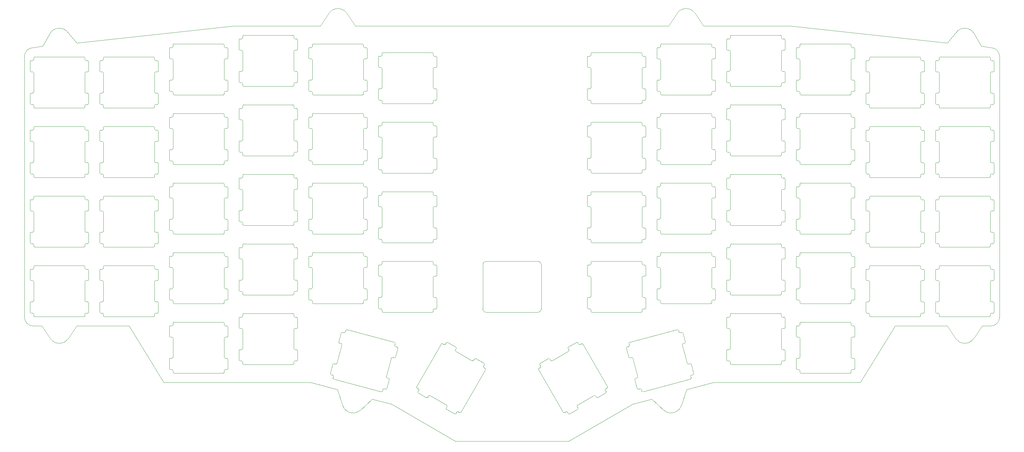
<source format=gbr>
G04 #@! TF.GenerationSoftware,KiCad,Pcbnew,(5.1.4-0)*
G04 #@! TF.CreationDate,2021-11-04T11:37:07-05:00*
G04 #@! TF.ProjectId,top_plate,746f705f-706c-4617-9465-2e6b69636164,rev?*
G04 #@! TF.SameCoordinates,Original*
G04 #@! TF.FileFunction,Profile,NP*
%FSLAX46Y46*%
G04 Gerber Fmt 4.6, Leading zero omitted, Abs format (unit mm)*
G04 Created by KiCad (PCBNEW (5.1.4-0)) date 2021-11-04 11:37:07*
%MOMM*%
%LPD*%
G04 APERTURE LIST*
%ADD10C,0.050000*%
%ADD11C,0.100000*%
G04 APERTURE END LIST*
D10*
X325965882Y-80506460D02*
X328614012Y-80962736D01*
X323970179Y-76980529D02*
X325965882Y-80506460D01*
X323970179Y-76980529D02*
G75*
G03X319368763Y-76481437I-2501417J-1600907D01*
G01*
X316665882Y-79706460D02*
X273844212Y-75009606D01*
X319368763Y-76481437D02*
X316665882Y-79706460D01*
X75920529Y-76481437D02*
X78623410Y-79706460D01*
X71319113Y-76980529D02*
X69323410Y-80506460D01*
X71319113Y-76980529D02*
G75*
G02X75920529Y-76481437I2501417J-1600907D01*
G01*
X159366878Y-177205822D02*
X164666878Y-178605822D01*
X151351079Y-178991351D02*
G75*
G03X156066877Y-180305821I2815799J985529D01*
G01*
X156066878Y-180305822D02*
X159366878Y-177205822D01*
X149866878Y-174605822D02*
X142579066Y-172640732D01*
X151351079Y-178991351D02*
X149866878Y-174605822D01*
X243939209Y-178991989D02*
G75*
G02X239223411Y-180306459I-2815799J985529D01*
G01*
X243939209Y-178991989D02*
X245423410Y-174606460D01*
X239223410Y-180306460D02*
X235923410Y-177206460D01*
X323851570Y-160734312D02*
X326232818Y-157162440D01*
X319089074Y-160734312D02*
X316707826Y-157162440D01*
X323851570Y-160734312D02*
G75*
G02X319089074Y-160734312I-2381248J1785936D01*
G01*
X242889138Y-71437872D02*
X240507890Y-75009744D01*
X247651634Y-71437872D02*
X250032882Y-75009744D01*
X242889138Y-71437872D02*
G75*
G02X247651634Y-71437872I2381248J-1785936D01*
G01*
X145257970Y-75009744D02*
X121445080Y-75009606D01*
X147639218Y-71437872D02*
X145257970Y-75009744D01*
X152401714Y-71437872D02*
X154782962Y-75009744D01*
X147639218Y-71437872D02*
G75*
G02X152401714Y-71437872I2381248J-1785936D01*
G01*
X76201778Y-160734492D02*
G75*
G02X71439282Y-160734492I-2381248J1785936D01*
G01*
X292896116Y-172641350D02*
X302420020Y-157163160D01*
X316707826Y-157162800D02*
X302420020Y-157163160D01*
X235923410Y-177206460D02*
X230623410Y-178606460D01*
X213123282Y-188714389D02*
X230623410Y-178606460D01*
X245423410Y-174606460D02*
X252711222Y-172641370D01*
X252711222Y-172640732D02*
X292895346Y-172640732D01*
X64294028Y-83343988D02*
G75*
G02X66675280Y-80962736I2381252J0D01*
G01*
X69323410Y-80506460D02*
X66675280Y-80962736D01*
X142579066Y-172640732D02*
X102394180Y-172641350D01*
X182167006Y-188714389D02*
X164666878Y-178605822D01*
X76201778Y-160734492D02*
X78583026Y-157162620D01*
X71439282Y-160734492D02*
X69058034Y-157162620D01*
X250032882Y-75009744D02*
X273845216Y-75009606D01*
X78583026Y-157162800D02*
X92869140Y-157163160D01*
X69058034Y-157162800D02*
X66675280Y-157163160D01*
X102394180Y-172641350D02*
X92869140Y-157163160D01*
X66675280Y-157163160D02*
G75*
G02X64294028Y-154781908I0J2381252D01*
G01*
X328614012Y-80962736D02*
G75*
G02X330995264Y-83343988I0J-2381252D01*
G01*
X330995288Y-154781484D02*
G75*
G02X328614036Y-157162736I-2381252J0D01*
G01*
X213123282Y-188714389D02*
X182167006Y-188714156D01*
X328614036Y-157162736D02*
X326232818Y-157162800D01*
X154782962Y-75009744D02*
X240507890Y-75009744D01*
X78623410Y-79706460D02*
X121445080Y-75009606D01*
X330995288Y-154781484D02*
X330995264Y-83343988D01*
X64294028Y-83343988D02*
X64294020Y-154781900D01*
D11*
X213290453Y-181278923D02*
G75*
G02X213017248Y-181205718I-100000J173205D01*
G01*
X215651926Y-179569116D02*
G75*
G02X215542119Y-179978923I-259807J-150000D01*
G01*
X215451927Y-179222705D02*
G75*
G02X215561734Y-178812898I259807J150000D01*
G01*
X212357440Y-180662897D02*
G75*
G02X212767248Y-180772705I150000J-259808D01*
G01*
X213290453Y-181278923D02*
X215542119Y-179978923D01*
X215451926Y-179222705D02*
X215651926Y-179569116D01*
X213017248Y-181205718D02*
X212767248Y-180772705D01*
X223159553Y-174772705D02*
G75*
G02X223269360Y-174362898I259807J150000D01*
G01*
X223359552Y-175119116D02*
G75*
G02X223249745Y-175528923I-259807J-150000D01*
G01*
X220724874Y-176755718D02*
X220474874Y-176322705D01*
X220998079Y-176828923D02*
X223249745Y-175528923D01*
X223159552Y-174772705D02*
X223359552Y-175119116D01*
X220065066Y-176212897D02*
G75*
G02X220474874Y-176322705I150000J-259808D01*
G01*
X220998079Y-176828923D02*
G75*
G02X220724874Y-176755718I-100000J173205D01*
G01*
X215336347Y-161622517D02*
G75*
G02X215609552Y-161695722I100000J-173205D01*
G01*
X216269360Y-162238543D02*
G75*
G02X215859552Y-162128735I-150000J259808D01*
G01*
X213174874Y-163678735D02*
X212974874Y-163332324D01*
X215336347Y-161622517D02*
X213084681Y-162922517D01*
X215609552Y-161695722D02*
X215859552Y-162128735D01*
X212974874Y-163332324D02*
G75*
G02X213084681Y-162922517I259807J150000D01*
G01*
X213174873Y-163678735D02*
G75*
G02X213065066Y-164088542I-259807J-150000D01*
G01*
X205011030Y-168738542D02*
X205357440Y-168538542D01*
X205267248Y-167782324D02*
G75*
G02X205377055Y-167372517I259807J150000D01*
G01*
X205467247Y-168128735D02*
G75*
G02X205357440Y-168538542I-259807J-150000D01*
G01*
X216615770Y-162038542D02*
G75*
G02X217025578Y-162148350I150000J-259808D01*
G01*
X213065066Y-164088542D02*
X208561734Y-166688542D01*
X207901926Y-166145722D02*
X208151926Y-166578735D01*
X207628721Y-166072517D02*
X205377055Y-167372517D01*
X205467248Y-168128735D02*
X205267248Y-167782324D01*
X208561734Y-166688543D02*
G75*
G02X208151926Y-166578735I-150000J259808D01*
G01*
X207628721Y-166072517D02*
G75*
G02X207901926Y-166145722I100000J-173205D01*
G01*
X204901222Y-169148350D02*
G75*
G02X205011030Y-168738542I259808J150000D01*
G01*
X216269360Y-162238542D02*
X216615770Y-162038542D01*
X212357440Y-180662898D02*
X212011030Y-180862898D01*
X215561734Y-178812898D02*
X220065066Y-176212898D01*
X204901222Y-169148350D02*
X211601222Y-180753090D01*
X212011030Y-180862898D02*
G75*
G02X211601222Y-180753090I-150000J259808D01*
G01*
X223615770Y-174162898D02*
X223269360Y-174362898D01*
X223725578Y-173753090D02*
G75*
G02X223615770Y-174162898I-259808J-150000D01*
G01*
X217025578Y-162148350D02*
X223725578Y-173753090D01*
X171952813Y-175478923D02*
G75*
G02X171879608Y-175205718I100000J173205D01*
G01*
X174614286Y-176669116D02*
G75*
G02X174204479Y-176778923I-259807J150000D01*
G01*
X174814287Y-176322705D02*
G75*
G02X175224094Y-176212898I259807J-150000D01*
G01*
X172019800Y-174362897D02*
G75*
G02X172129608Y-174772705I-150000J-259808D01*
G01*
X171952813Y-175478923D02*
X174204479Y-176778923D01*
X174814286Y-176322705D02*
X174614286Y-176669116D01*
X171879608Y-175205718D02*
X172129608Y-174772705D01*
X182521913Y-180772705D02*
G75*
G02X182931720Y-180662898I259807J-150000D01*
G01*
X182321912Y-181119116D02*
G75*
G02X181912105Y-181228923I-259807J150000D01*
G01*
X179587234Y-179655718D02*
X179837234Y-179222705D01*
X179660439Y-179928923D02*
X181912105Y-181228923D01*
X182521912Y-180772705D02*
X182321912Y-181119116D01*
X179727426Y-178812897D02*
G75*
G02X179837234Y-179222705I-150000J-259808D01*
G01*
X179660439Y-179928923D02*
G75*
G02X179587234Y-179655718I100000J173205D01*
G01*
X189998707Y-167422517D02*
G75*
G02X190071912Y-167695722I-100000J-173205D01*
G01*
X189931720Y-168538543D02*
G75*
G02X189821912Y-168128735I150000J259808D01*
G01*
X187137234Y-166578735D02*
X187337234Y-166232324D01*
X189998707Y-167422517D02*
X187747041Y-166122517D01*
X190071912Y-167695722D02*
X189821912Y-168128735D01*
X187337234Y-166232324D02*
G75*
G02X187747041Y-166122517I259807J-150000D01*
G01*
X187137233Y-166578735D02*
G75*
G02X186727426Y-166688542I-259807J150000D01*
G01*
X178673390Y-162038542D02*
X179019800Y-162238542D01*
X179629608Y-161782324D02*
G75*
G02X180039415Y-161672517I259807J-150000D01*
G01*
X179429607Y-162128735D02*
G75*
G02X179019800Y-162238542I-259807J150000D01*
G01*
X190278130Y-168738542D02*
G75*
G02X190387938Y-169148350I-150000J-259808D01*
G01*
X186727426Y-166688542D02*
X182224094Y-164088542D01*
X182364286Y-163245722D02*
X182114286Y-163678735D01*
X182291081Y-162972517D02*
X180039415Y-161672517D01*
X179429608Y-162128735D02*
X179629608Y-161782324D01*
X182224094Y-164088543D02*
G75*
G02X182114286Y-163678735I150000J259808D01*
G01*
X182291081Y-162972517D02*
G75*
G02X182364286Y-163245722I-100000J-173205D01*
G01*
X178263582Y-162148350D02*
G75*
G02X178673390Y-162038542I259808J-150000D01*
G01*
X189931720Y-168538542D02*
X190278130Y-168738542D01*
X172019800Y-174362898D02*
X171673390Y-174162898D01*
X175224094Y-176212898D02*
X179727426Y-178812898D01*
X178263582Y-162148350D02*
X171563582Y-173753090D01*
X171673390Y-174162898D02*
G75*
G02X171563582Y-173753090I150000J259808D01*
G01*
X183278130Y-180862898D02*
X182931720Y-180662898D01*
X183687938Y-180753090D02*
G75*
G02X183278130Y-180862898I-259808J150000D01*
G01*
X190387938Y-169148350D02*
X183687938Y-180753090D01*
X314770100Y-97487880D02*
G75*
G02X314470100Y-97187880I0J300000D01*
G01*
X313470100Y-93587880D02*
G75*
G02X313670100Y-93387880I200000J0D01*
G01*
X314470100Y-97187880D02*
X314470100Y-96787880D01*
X314170100Y-96487880D02*
G75*
G02X314470100Y-96787880I0J-300000D01*
G01*
X313770100Y-96487880D02*
G75*
G02X313470100Y-96187880I0J300000D01*
G01*
X313670100Y-93387880D02*
X314170100Y-93387880D01*
X313470100Y-93587880D02*
X313470100Y-96187880D01*
X314170100Y-96487880D02*
X313770100Y-96487880D01*
X314470100Y-93087880D02*
G75*
G02X314170100Y-93387880I-300000J0D01*
G01*
X313470100Y-84687880D02*
G75*
G02X313670100Y-84487880I200000J0D01*
G01*
X313770100Y-87587880D02*
G75*
G02X313470100Y-87287880I0J300000D01*
G01*
X314170100Y-87587880D02*
G75*
G02X314470100Y-87887880I0J-300000D01*
G01*
X314470100Y-84187880D02*
G75*
G02X314170100Y-84487880I-300000J0D01*
G01*
X313470100Y-84687880D02*
X313470100Y-87287880D01*
X314170100Y-87587880D02*
X313770100Y-87587880D01*
X313670100Y-84487880D02*
X314170100Y-84487880D01*
X329470100Y-96287880D02*
G75*
G02X329270100Y-96487880I-200000J0D01*
G01*
X328470100Y-96787880D02*
G75*
G02X328770100Y-96487880I300000J0D01*
G01*
X328770100Y-93387880D02*
X329170100Y-93387880D01*
X329470100Y-96287880D02*
X329470100Y-93687880D01*
X329270100Y-96487880D02*
X328770100Y-96487880D01*
X329170100Y-93387880D02*
G75*
G02X329470100Y-93687880I0J-300000D01*
G01*
X328770100Y-93387880D02*
G75*
G02X328470100Y-93087880I0J300000D01*
G01*
X328470100Y-83787880D02*
X328470100Y-84187880D01*
X329170100Y-84487880D02*
G75*
G02X329470100Y-84787880I0J-300000D01*
G01*
X328770100Y-84487880D02*
G75*
G02X328470100Y-84187880I0J300000D01*
G01*
X328470100Y-97187880D02*
G75*
G02X328170100Y-97487880I-300000J0D01*
G01*
X328470100Y-93087880D02*
X328470100Y-87887880D01*
X329270100Y-87587880D02*
X328770100Y-87587880D01*
X329470100Y-87387880D02*
X329470100Y-84787880D01*
X328770100Y-84487880D02*
X329170100Y-84487880D01*
X328470100Y-87887880D02*
G75*
G02X328770100Y-87587880I300000J0D01*
G01*
X329470100Y-87387880D02*
G75*
G02X329270100Y-87587880I-200000J0D01*
G01*
X328170100Y-83487880D02*
G75*
G02X328470100Y-83787880I0J-300000D01*
G01*
X328470100Y-96787880D02*
X328470100Y-97187880D01*
X314470100Y-84187880D02*
X314470100Y-83787880D01*
X314470100Y-87887880D02*
X314470100Y-93087880D01*
X328170100Y-83487880D02*
X314770100Y-83487880D01*
X314470100Y-83787880D02*
G75*
G02X314770100Y-83487880I300000J0D01*
G01*
X328170100Y-97487880D02*
X314770100Y-97487880D01*
X295720020Y-97487880D02*
G75*
G02X295420020Y-97187880I0J300000D01*
G01*
X294420020Y-93587880D02*
G75*
G02X294620020Y-93387880I200000J0D01*
G01*
X295420020Y-97187880D02*
X295420020Y-96787880D01*
X295120020Y-96487880D02*
G75*
G02X295420020Y-96787880I0J-300000D01*
G01*
X294720020Y-96487880D02*
G75*
G02X294420020Y-96187880I0J300000D01*
G01*
X294620020Y-93387880D02*
X295120020Y-93387880D01*
X294420020Y-93587880D02*
X294420020Y-96187880D01*
X295120020Y-96487880D02*
X294720020Y-96487880D01*
X295420020Y-93087880D02*
G75*
G02X295120020Y-93387880I-300000J0D01*
G01*
X294420020Y-84687880D02*
G75*
G02X294620020Y-84487880I200000J0D01*
G01*
X294720020Y-87587880D02*
G75*
G02X294420020Y-87287880I0J300000D01*
G01*
X295120020Y-87587880D02*
G75*
G02X295420020Y-87887880I0J-300000D01*
G01*
X295420020Y-84187880D02*
G75*
G02X295120020Y-84487880I-300000J0D01*
G01*
X294420020Y-84687880D02*
X294420020Y-87287880D01*
X295120020Y-87587880D02*
X294720020Y-87587880D01*
X294620020Y-84487880D02*
X295120020Y-84487880D01*
X310420020Y-96287880D02*
G75*
G02X310220020Y-96487880I-200000J0D01*
G01*
X309420020Y-96787880D02*
G75*
G02X309720020Y-96487880I300000J0D01*
G01*
X309720020Y-93387880D02*
X310120020Y-93387880D01*
X310420020Y-96287880D02*
X310420020Y-93687880D01*
X310220020Y-96487880D02*
X309720020Y-96487880D01*
X310120020Y-93387880D02*
G75*
G02X310420020Y-93687880I0J-300000D01*
G01*
X309720020Y-93387880D02*
G75*
G02X309420020Y-93087880I0J300000D01*
G01*
X309420020Y-83787880D02*
X309420020Y-84187880D01*
X310120020Y-84487880D02*
G75*
G02X310420020Y-84787880I0J-300000D01*
G01*
X309720020Y-84487880D02*
G75*
G02X309420020Y-84187880I0J300000D01*
G01*
X309420020Y-97187880D02*
G75*
G02X309120020Y-97487880I-300000J0D01*
G01*
X309420020Y-93087880D02*
X309420020Y-87887880D01*
X310220020Y-87587880D02*
X309720020Y-87587880D01*
X310420020Y-87387880D02*
X310420020Y-84787880D01*
X309720020Y-84487880D02*
X310120020Y-84487880D01*
X309420020Y-87887880D02*
G75*
G02X309720020Y-87587880I300000J0D01*
G01*
X310420020Y-87387880D02*
G75*
G02X310220020Y-87587880I-200000J0D01*
G01*
X309120020Y-83487880D02*
G75*
G02X309420020Y-83787880I0J-300000D01*
G01*
X309420020Y-96787880D02*
X309420020Y-97187880D01*
X295420020Y-84187880D02*
X295420020Y-83787880D01*
X295420020Y-87887880D02*
X295420020Y-93087880D01*
X309120020Y-83487880D02*
X295720020Y-83487880D01*
X295420020Y-83787880D02*
G75*
G02X295720020Y-83487880I300000J0D01*
G01*
X309120020Y-97487880D02*
X295720020Y-97487880D01*
X276669940Y-93915990D02*
G75*
G02X276369940Y-93615990I0J300000D01*
G01*
X275369940Y-90015990D02*
G75*
G02X275569940Y-89815990I200000J0D01*
G01*
X276369940Y-93615990D02*
X276369940Y-93215990D01*
X276069940Y-92915990D02*
G75*
G02X276369940Y-93215990I0J-300000D01*
G01*
X275669940Y-92915990D02*
G75*
G02X275369940Y-92615990I0J300000D01*
G01*
X275569940Y-89815990D02*
X276069940Y-89815990D01*
X275369940Y-90015990D02*
X275369940Y-92615990D01*
X276069940Y-92915990D02*
X275669940Y-92915990D01*
X276369940Y-89515990D02*
G75*
G02X276069940Y-89815990I-300000J0D01*
G01*
X275369940Y-81115990D02*
G75*
G02X275569940Y-80915990I200000J0D01*
G01*
X275669940Y-84015990D02*
G75*
G02X275369940Y-83715990I0J300000D01*
G01*
X276069940Y-84015990D02*
G75*
G02X276369940Y-84315990I0J-300000D01*
G01*
X276369940Y-80615990D02*
G75*
G02X276069940Y-80915990I-300000J0D01*
G01*
X275369940Y-81115990D02*
X275369940Y-83715990D01*
X276069940Y-84015990D02*
X275669940Y-84015990D01*
X275569940Y-80915990D02*
X276069940Y-80915990D01*
X291369940Y-92715990D02*
G75*
G02X291169940Y-92915990I-200000J0D01*
G01*
X290369940Y-93215990D02*
G75*
G02X290669940Y-92915990I300000J0D01*
G01*
X290669940Y-89815990D02*
X291069940Y-89815990D01*
X291369940Y-92715990D02*
X291369940Y-90115990D01*
X291169940Y-92915990D02*
X290669940Y-92915990D01*
X291069940Y-89815990D02*
G75*
G02X291369940Y-90115990I0J-300000D01*
G01*
X290669940Y-89815990D02*
G75*
G02X290369940Y-89515990I0J300000D01*
G01*
X290369940Y-80215990D02*
X290369940Y-80615990D01*
X291069940Y-80915990D02*
G75*
G02X291369940Y-81215990I0J-300000D01*
G01*
X290669940Y-80915990D02*
G75*
G02X290369940Y-80615990I0J300000D01*
G01*
X290369940Y-93615990D02*
G75*
G02X290069940Y-93915990I-300000J0D01*
G01*
X290369940Y-89515990D02*
X290369940Y-84315990D01*
X291169940Y-84015990D02*
X290669940Y-84015990D01*
X291369940Y-83815990D02*
X291369940Y-81215990D01*
X290669940Y-80915990D02*
X291069940Y-80915990D01*
X290369940Y-84315990D02*
G75*
G02X290669940Y-84015990I300000J0D01*
G01*
X291369940Y-83815990D02*
G75*
G02X291169940Y-84015990I-200000J0D01*
G01*
X290069940Y-79915990D02*
G75*
G02X290369940Y-80215990I0J-300000D01*
G01*
X290369940Y-93215990D02*
X290369940Y-93615990D01*
X276369940Y-80615990D02*
X276369940Y-80215990D01*
X276369940Y-84315990D02*
X276369940Y-89515990D01*
X290069940Y-79915990D02*
X276669940Y-79915990D01*
X276369940Y-80215990D02*
G75*
G02X276669940Y-79915990I300000J0D01*
G01*
X290069940Y-93915990D02*
X276669940Y-93915990D01*
X257619860Y-91534730D02*
G75*
G02X257319860Y-91234730I0J300000D01*
G01*
X256319860Y-87634730D02*
G75*
G02X256519860Y-87434730I200000J0D01*
G01*
X257319860Y-91234730D02*
X257319860Y-90834730D01*
X257019860Y-90534730D02*
G75*
G02X257319860Y-90834730I0J-300000D01*
G01*
X256619860Y-90534730D02*
G75*
G02X256319860Y-90234730I0J300000D01*
G01*
X256519860Y-87434730D02*
X257019860Y-87434730D01*
X256319860Y-87634730D02*
X256319860Y-90234730D01*
X257019860Y-90534730D02*
X256619860Y-90534730D01*
X257319860Y-87134730D02*
G75*
G02X257019860Y-87434730I-300000J0D01*
G01*
X256319860Y-78734730D02*
G75*
G02X256519860Y-78534730I200000J0D01*
G01*
X256619860Y-81634730D02*
G75*
G02X256319860Y-81334730I0J300000D01*
G01*
X257019860Y-81634730D02*
G75*
G02X257319860Y-81934730I0J-300000D01*
G01*
X257319860Y-78234730D02*
G75*
G02X257019860Y-78534730I-300000J0D01*
G01*
X256319860Y-78734730D02*
X256319860Y-81334730D01*
X257019860Y-81634730D02*
X256619860Y-81634730D01*
X256519860Y-78534730D02*
X257019860Y-78534730D01*
X272319860Y-90334730D02*
G75*
G02X272119860Y-90534730I-200000J0D01*
G01*
X271319860Y-90834730D02*
G75*
G02X271619860Y-90534730I300000J0D01*
G01*
X271619860Y-87434730D02*
X272019860Y-87434730D01*
X272319860Y-90334730D02*
X272319860Y-87734730D01*
X272119860Y-90534730D02*
X271619860Y-90534730D01*
X272019860Y-87434730D02*
G75*
G02X272319860Y-87734730I0J-300000D01*
G01*
X271619860Y-87434730D02*
G75*
G02X271319860Y-87134730I0J300000D01*
G01*
X271319860Y-77834730D02*
X271319860Y-78234730D01*
X272019860Y-78534730D02*
G75*
G02X272319860Y-78834730I0J-300000D01*
G01*
X271619860Y-78534730D02*
G75*
G02X271319860Y-78234730I0J300000D01*
G01*
X271319860Y-91234730D02*
G75*
G02X271019860Y-91534730I-300000J0D01*
G01*
X271319860Y-87134730D02*
X271319860Y-81934730D01*
X272119860Y-81634730D02*
X271619860Y-81634730D01*
X272319860Y-81434730D02*
X272319860Y-78834730D01*
X271619860Y-78534730D02*
X272019860Y-78534730D01*
X271319860Y-81934730D02*
G75*
G02X271619860Y-81634730I300000J0D01*
G01*
X272319860Y-81434730D02*
G75*
G02X272119860Y-81634730I-200000J0D01*
G01*
X271019860Y-77534730D02*
G75*
G02X271319860Y-77834730I0J-300000D01*
G01*
X271319860Y-90834730D02*
X271319860Y-91234730D01*
X257319860Y-78234730D02*
X257319860Y-77834730D01*
X257319860Y-81934730D02*
X257319860Y-87134730D01*
X271019860Y-77534730D02*
X257619860Y-77534730D01*
X257319860Y-77834730D02*
G75*
G02X257619860Y-77534730I300000J0D01*
G01*
X271019860Y-91534730D02*
X257619860Y-91534730D01*
X238569780Y-93915990D02*
G75*
G02X238269780Y-93615990I0J300000D01*
G01*
X237269780Y-90015990D02*
G75*
G02X237469780Y-89815990I200000J0D01*
G01*
X238269780Y-93615990D02*
X238269780Y-93215990D01*
X237969780Y-92915990D02*
G75*
G02X238269780Y-93215990I0J-300000D01*
G01*
X237569780Y-92915990D02*
G75*
G02X237269780Y-92615990I0J300000D01*
G01*
X237469780Y-89815990D02*
X237969780Y-89815990D01*
X237269780Y-90015990D02*
X237269780Y-92615990D01*
X237969780Y-92915990D02*
X237569780Y-92915990D01*
X238269780Y-89515990D02*
G75*
G02X237969780Y-89815990I-300000J0D01*
G01*
X237269780Y-81115990D02*
G75*
G02X237469780Y-80915990I200000J0D01*
G01*
X237569780Y-84015990D02*
G75*
G02X237269780Y-83715990I0J300000D01*
G01*
X237969780Y-84015990D02*
G75*
G02X238269780Y-84315990I0J-300000D01*
G01*
X238269780Y-80615990D02*
G75*
G02X237969780Y-80915990I-300000J0D01*
G01*
X237269780Y-81115990D02*
X237269780Y-83715990D01*
X237969780Y-84015990D02*
X237569780Y-84015990D01*
X237469780Y-80915990D02*
X237969780Y-80915990D01*
X253269780Y-92715990D02*
G75*
G02X253069780Y-92915990I-200000J0D01*
G01*
X252269780Y-93215990D02*
G75*
G02X252569780Y-92915990I300000J0D01*
G01*
X252569780Y-89815990D02*
X252969780Y-89815990D01*
X253269780Y-92715990D02*
X253269780Y-90115990D01*
X253069780Y-92915990D02*
X252569780Y-92915990D01*
X252969780Y-89815990D02*
G75*
G02X253269780Y-90115990I0J-300000D01*
G01*
X252569780Y-89815990D02*
G75*
G02X252269780Y-89515990I0J300000D01*
G01*
X252269780Y-80215990D02*
X252269780Y-80615990D01*
X252969780Y-80915990D02*
G75*
G02X253269780Y-81215990I0J-300000D01*
G01*
X252569780Y-80915990D02*
G75*
G02X252269780Y-80615990I0J300000D01*
G01*
X252269780Y-93615990D02*
G75*
G02X251969780Y-93915990I-300000J0D01*
G01*
X252269780Y-89515990D02*
X252269780Y-84315990D01*
X253069780Y-84015990D02*
X252569780Y-84015990D01*
X253269780Y-83815990D02*
X253269780Y-81215990D01*
X252569780Y-80915990D02*
X252969780Y-80915990D01*
X252269780Y-84315990D02*
G75*
G02X252569780Y-84015990I300000J0D01*
G01*
X253269780Y-83815990D02*
G75*
G02X253069780Y-84015990I-200000J0D01*
G01*
X251969780Y-79915990D02*
G75*
G02X252269780Y-80215990I0J-300000D01*
G01*
X252269780Y-93215990D02*
X252269780Y-93615990D01*
X238269780Y-80615990D02*
X238269780Y-80215990D01*
X238269780Y-84315990D02*
X238269780Y-89515990D01*
X251969780Y-79915990D02*
X238569780Y-79915990D01*
X238269780Y-80215990D02*
G75*
G02X238569780Y-79915990I300000J0D01*
G01*
X251969780Y-93915990D02*
X238569780Y-93915990D01*
X219519700Y-96297250D02*
G75*
G02X219219700Y-95997250I0J300000D01*
G01*
X218219700Y-92397250D02*
G75*
G02X218419700Y-92197250I200000J0D01*
G01*
X219219700Y-95997250D02*
X219219700Y-95597250D01*
X218919700Y-95297250D02*
G75*
G02X219219700Y-95597250I0J-300000D01*
G01*
X218519700Y-95297250D02*
G75*
G02X218219700Y-94997250I0J300000D01*
G01*
X218419700Y-92197250D02*
X218919700Y-92197250D01*
X218219700Y-92397250D02*
X218219700Y-94997250D01*
X218919700Y-95297250D02*
X218519700Y-95297250D01*
X219219700Y-91897250D02*
G75*
G02X218919700Y-92197250I-300000J0D01*
G01*
X218219700Y-83497250D02*
G75*
G02X218419700Y-83297250I200000J0D01*
G01*
X218519700Y-86397250D02*
G75*
G02X218219700Y-86097250I0J300000D01*
G01*
X218919700Y-86397250D02*
G75*
G02X219219700Y-86697250I0J-300000D01*
G01*
X219219700Y-82997250D02*
G75*
G02X218919700Y-83297250I-300000J0D01*
G01*
X218219700Y-83497250D02*
X218219700Y-86097250D01*
X218919700Y-86397250D02*
X218519700Y-86397250D01*
X218419700Y-83297250D02*
X218919700Y-83297250D01*
X234219700Y-95097250D02*
G75*
G02X234019700Y-95297250I-200000J0D01*
G01*
X233219700Y-95597250D02*
G75*
G02X233519700Y-95297250I300000J0D01*
G01*
X233519700Y-92197250D02*
X233919700Y-92197250D01*
X234219700Y-95097250D02*
X234219700Y-92497250D01*
X234019700Y-95297250D02*
X233519700Y-95297250D01*
X233919700Y-92197250D02*
G75*
G02X234219700Y-92497250I0J-300000D01*
G01*
X233519700Y-92197250D02*
G75*
G02X233219700Y-91897250I0J300000D01*
G01*
X233219700Y-82597250D02*
X233219700Y-82997250D01*
X233919700Y-83297250D02*
G75*
G02X234219700Y-83597250I0J-300000D01*
G01*
X233519700Y-83297250D02*
G75*
G02X233219700Y-82997250I0J300000D01*
G01*
X233219700Y-95997250D02*
G75*
G02X232919700Y-96297250I-300000J0D01*
G01*
X233219700Y-91897250D02*
X233219700Y-86697250D01*
X234019700Y-86397250D02*
X233519700Y-86397250D01*
X234219700Y-86197250D02*
X234219700Y-83597250D01*
X233519700Y-83297250D02*
X233919700Y-83297250D01*
X233219700Y-86697250D02*
G75*
G02X233519700Y-86397250I300000J0D01*
G01*
X234219700Y-86197250D02*
G75*
G02X234019700Y-86397250I-200000J0D01*
G01*
X232919700Y-82297250D02*
G75*
G02X233219700Y-82597250I0J-300000D01*
G01*
X233219700Y-95597250D02*
X233219700Y-95997250D01*
X219219700Y-82997250D02*
X219219700Y-82597250D01*
X219219700Y-86697250D02*
X219219700Y-91897250D01*
X232919700Y-82297250D02*
X219519700Y-82297250D01*
X219219700Y-82597250D02*
G75*
G02X219519700Y-82297250I300000J0D01*
G01*
X232919700Y-96297250D02*
X219519700Y-96297250D01*
X162369460Y-96297250D02*
G75*
G02X162069460Y-95997250I0J300000D01*
G01*
X161069460Y-92397250D02*
G75*
G02X161269460Y-92197250I200000J0D01*
G01*
X162069460Y-95997250D02*
X162069460Y-95597250D01*
X161769460Y-95297250D02*
G75*
G02X162069460Y-95597250I0J-300000D01*
G01*
X161369460Y-95297250D02*
G75*
G02X161069460Y-94997250I0J300000D01*
G01*
X161269460Y-92197250D02*
X161769460Y-92197250D01*
X161069460Y-92397250D02*
X161069460Y-94997250D01*
X161769460Y-95297250D02*
X161369460Y-95297250D01*
X162069460Y-91897250D02*
G75*
G02X161769460Y-92197250I-300000J0D01*
G01*
X161069460Y-83497250D02*
G75*
G02X161269460Y-83297250I200000J0D01*
G01*
X161369460Y-86397250D02*
G75*
G02X161069460Y-86097250I0J300000D01*
G01*
X161769460Y-86397250D02*
G75*
G02X162069460Y-86697250I0J-300000D01*
G01*
X162069460Y-82997250D02*
G75*
G02X161769460Y-83297250I-300000J0D01*
G01*
X161069460Y-83497250D02*
X161069460Y-86097250D01*
X161769460Y-86397250D02*
X161369460Y-86397250D01*
X161269460Y-83297250D02*
X161769460Y-83297250D01*
X177069460Y-95097250D02*
G75*
G02X176869460Y-95297250I-200000J0D01*
G01*
X176069460Y-95597250D02*
G75*
G02X176369460Y-95297250I300000J0D01*
G01*
X176369460Y-92197250D02*
X176769460Y-92197250D01*
X177069460Y-95097250D02*
X177069460Y-92497250D01*
X176869460Y-95297250D02*
X176369460Y-95297250D01*
X176769460Y-92197250D02*
G75*
G02X177069460Y-92497250I0J-300000D01*
G01*
X176369460Y-92197250D02*
G75*
G02X176069460Y-91897250I0J300000D01*
G01*
X176069460Y-82597250D02*
X176069460Y-82997250D01*
X176769460Y-83297250D02*
G75*
G02X177069460Y-83597250I0J-300000D01*
G01*
X176369460Y-83297250D02*
G75*
G02X176069460Y-82997250I0J300000D01*
G01*
X176069460Y-95997250D02*
G75*
G02X175769460Y-96297250I-300000J0D01*
G01*
X176069460Y-91897250D02*
X176069460Y-86697250D01*
X176869460Y-86397250D02*
X176369460Y-86397250D01*
X177069460Y-86197250D02*
X177069460Y-83597250D01*
X176369460Y-83297250D02*
X176769460Y-83297250D01*
X176069460Y-86697250D02*
G75*
G02X176369460Y-86397250I300000J0D01*
G01*
X177069460Y-86197250D02*
G75*
G02X176869460Y-86397250I-200000J0D01*
G01*
X175769460Y-82297250D02*
G75*
G02X176069460Y-82597250I0J-300000D01*
G01*
X176069460Y-95597250D02*
X176069460Y-95997250D01*
X162069460Y-82997250D02*
X162069460Y-82597250D01*
X162069460Y-86697250D02*
X162069460Y-91897250D01*
X175769460Y-82297250D02*
X162369460Y-82297250D01*
X162069460Y-82597250D02*
G75*
G02X162369460Y-82297250I300000J0D01*
G01*
X175769460Y-96297250D02*
X162369460Y-96297250D01*
X143319380Y-93915990D02*
G75*
G02X143019380Y-93615990I0J300000D01*
G01*
X142019380Y-90015990D02*
G75*
G02X142219380Y-89815990I200000J0D01*
G01*
X143019380Y-93615990D02*
X143019380Y-93215990D01*
X142719380Y-92915990D02*
G75*
G02X143019380Y-93215990I0J-300000D01*
G01*
X142319380Y-92915990D02*
G75*
G02X142019380Y-92615990I0J300000D01*
G01*
X142219380Y-89815990D02*
X142719380Y-89815990D01*
X142019380Y-90015990D02*
X142019380Y-92615990D01*
X142719380Y-92915990D02*
X142319380Y-92915990D01*
X143019380Y-89515990D02*
G75*
G02X142719380Y-89815990I-300000J0D01*
G01*
X142019380Y-81115990D02*
G75*
G02X142219380Y-80915990I200000J0D01*
G01*
X142319380Y-84015990D02*
G75*
G02X142019380Y-83715990I0J300000D01*
G01*
X142719380Y-84015990D02*
G75*
G02X143019380Y-84315990I0J-300000D01*
G01*
X143019380Y-80615990D02*
G75*
G02X142719380Y-80915990I-300000J0D01*
G01*
X142019380Y-81115990D02*
X142019380Y-83715990D01*
X142719380Y-84015990D02*
X142319380Y-84015990D01*
X142219380Y-80915990D02*
X142719380Y-80915990D01*
X158019380Y-92715990D02*
G75*
G02X157819380Y-92915990I-200000J0D01*
G01*
X157019380Y-93215990D02*
G75*
G02X157319380Y-92915990I300000J0D01*
G01*
X157319380Y-89815990D02*
X157719380Y-89815990D01*
X158019380Y-92715990D02*
X158019380Y-90115990D01*
X157819380Y-92915990D02*
X157319380Y-92915990D01*
X157719380Y-89815990D02*
G75*
G02X158019380Y-90115990I0J-300000D01*
G01*
X157319380Y-89815990D02*
G75*
G02X157019380Y-89515990I0J300000D01*
G01*
X157019380Y-80215990D02*
X157019380Y-80615990D01*
X157719380Y-80915990D02*
G75*
G02X158019380Y-81215990I0J-300000D01*
G01*
X157319380Y-80915990D02*
G75*
G02X157019380Y-80615990I0J300000D01*
G01*
X157019380Y-93615990D02*
G75*
G02X156719380Y-93915990I-300000J0D01*
G01*
X157019380Y-89515990D02*
X157019380Y-84315990D01*
X157819380Y-84015990D02*
X157319380Y-84015990D01*
X158019380Y-83815990D02*
X158019380Y-81215990D01*
X157319380Y-80915990D02*
X157719380Y-80915990D01*
X157019380Y-84315990D02*
G75*
G02X157319380Y-84015990I300000J0D01*
G01*
X158019380Y-83815990D02*
G75*
G02X157819380Y-84015990I-200000J0D01*
G01*
X156719380Y-79915990D02*
G75*
G02X157019380Y-80215990I0J-300000D01*
G01*
X157019380Y-93215990D02*
X157019380Y-93615990D01*
X143019380Y-80615990D02*
X143019380Y-80215990D01*
X143019380Y-84315990D02*
X143019380Y-89515990D01*
X156719380Y-79915990D02*
X143319380Y-79915990D01*
X143019380Y-80215990D02*
G75*
G02X143319380Y-79915990I300000J0D01*
G01*
X156719380Y-93915990D02*
X143319380Y-93915990D01*
X124269300Y-91534730D02*
G75*
G02X123969300Y-91234730I0J300000D01*
G01*
X122969300Y-87634730D02*
G75*
G02X123169300Y-87434730I200000J0D01*
G01*
X123969300Y-91234730D02*
X123969300Y-90834730D01*
X123669300Y-90534730D02*
G75*
G02X123969300Y-90834730I0J-300000D01*
G01*
X123269300Y-90534730D02*
G75*
G02X122969300Y-90234730I0J300000D01*
G01*
X123169300Y-87434730D02*
X123669300Y-87434730D01*
X122969300Y-87634730D02*
X122969300Y-90234730D01*
X123669300Y-90534730D02*
X123269300Y-90534730D01*
X123969300Y-87134730D02*
G75*
G02X123669300Y-87434730I-300000J0D01*
G01*
X122969300Y-78734730D02*
G75*
G02X123169300Y-78534730I200000J0D01*
G01*
X123269300Y-81634730D02*
G75*
G02X122969300Y-81334730I0J300000D01*
G01*
X123669300Y-81634730D02*
G75*
G02X123969300Y-81934730I0J-300000D01*
G01*
X123969300Y-78234730D02*
G75*
G02X123669300Y-78534730I-300000J0D01*
G01*
X122969300Y-78734730D02*
X122969300Y-81334730D01*
X123669300Y-81634730D02*
X123269300Y-81634730D01*
X123169300Y-78534730D02*
X123669300Y-78534730D01*
X138969300Y-90334730D02*
G75*
G02X138769300Y-90534730I-200000J0D01*
G01*
X137969300Y-90834730D02*
G75*
G02X138269300Y-90534730I300000J0D01*
G01*
X138269300Y-87434730D02*
X138669300Y-87434730D01*
X138969300Y-90334730D02*
X138969300Y-87734730D01*
X138769300Y-90534730D02*
X138269300Y-90534730D01*
X138669300Y-87434730D02*
G75*
G02X138969300Y-87734730I0J-300000D01*
G01*
X138269300Y-87434730D02*
G75*
G02X137969300Y-87134730I0J300000D01*
G01*
X137969300Y-77834730D02*
X137969300Y-78234730D01*
X138669300Y-78534730D02*
G75*
G02X138969300Y-78834730I0J-300000D01*
G01*
X138269300Y-78534730D02*
G75*
G02X137969300Y-78234730I0J300000D01*
G01*
X137969300Y-91234730D02*
G75*
G02X137669300Y-91534730I-300000J0D01*
G01*
X137969300Y-87134730D02*
X137969300Y-81934730D01*
X138769300Y-81634730D02*
X138269300Y-81634730D01*
X138969300Y-81434730D02*
X138969300Y-78834730D01*
X138269300Y-78534730D02*
X138669300Y-78534730D01*
X137969300Y-81934730D02*
G75*
G02X138269300Y-81634730I300000J0D01*
G01*
X138969300Y-81434730D02*
G75*
G02X138769300Y-81634730I-200000J0D01*
G01*
X137669300Y-77534730D02*
G75*
G02X137969300Y-77834730I0J-300000D01*
G01*
X137969300Y-90834730D02*
X137969300Y-91234730D01*
X123969300Y-78234730D02*
X123969300Y-77834730D01*
X123969300Y-81934730D02*
X123969300Y-87134730D01*
X137669300Y-77534730D02*
X124269300Y-77534730D01*
X123969300Y-77834730D02*
G75*
G02X124269300Y-77534730I300000J0D01*
G01*
X137669300Y-91534730D02*
X124269300Y-91534730D01*
X105219220Y-93915990D02*
G75*
G02X104919220Y-93615990I0J300000D01*
G01*
X103919220Y-90015990D02*
G75*
G02X104119220Y-89815990I200000J0D01*
G01*
X104919220Y-93615990D02*
X104919220Y-93215990D01*
X104619220Y-92915990D02*
G75*
G02X104919220Y-93215990I0J-300000D01*
G01*
X104219220Y-92915990D02*
G75*
G02X103919220Y-92615990I0J300000D01*
G01*
X104119220Y-89815990D02*
X104619220Y-89815990D01*
X103919220Y-90015990D02*
X103919220Y-92615990D01*
X104619220Y-92915990D02*
X104219220Y-92915990D01*
X104919220Y-89515990D02*
G75*
G02X104619220Y-89815990I-300000J0D01*
G01*
X103919220Y-81115990D02*
G75*
G02X104119220Y-80915990I200000J0D01*
G01*
X104219220Y-84015990D02*
G75*
G02X103919220Y-83715990I0J300000D01*
G01*
X104619220Y-84015990D02*
G75*
G02X104919220Y-84315990I0J-300000D01*
G01*
X104919220Y-80615990D02*
G75*
G02X104619220Y-80915990I-300000J0D01*
G01*
X103919220Y-81115990D02*
X103919220Y-83715990D01*
X104619220Y-84015990D02*
X104219220Y-84015990D01*
X104119220Y-80915990D02*
X104619220Y-80915990D01*
X119919220Y-92715990D02*
G75*
G02X119719220Y-92915990I-200000J0D01*
G01*
X118919220Y-93215990D02*
G75*
G02X119219220Y-92915990I300000J0D01*
G01*
X119219220Y-89815990D02*
X119619220Y-89815990D01*
X119919220Y-92715990D02*
X119919220Y-90115990D01*
X119719220Y-92915990D02*
X119219220Y-92915990D01*
X119619220Y-89815990D02*
G75*
G02X119919220Y-90115990I0J-300000D01*
G01*
X119219220Y-89815990D02*
G75*
G02X118919220Y-89515990I0J300000D01*
G01*
X118919220Y-80215990D02*
X118919220Y-80615990D01*
X119619220Y-80915990D02*
G75*
G02X119919220Y-81215990I0J-300000D01*
G01*
X119219220Y-80915990D02*
G75*
G02X118919220Y-80615990I0J300000D01*
G01*
X118919220Y-93615990D02*
G75*
G02X118619220Y-93915990I-300000J0D01*
G01*
X118919220Y-89515990D02*
X118919220Y-84315990D01*
X119719220Y-84015990D02*
X119219220Y-84015990D01*
X119919220Y-83815990D02*
X119919220Y-81215990D01*
X119219220Y-80915990D02*
X119619220Y-80915990D01*
X118919220Y-84315990D02*
G75*
G02X119219220Y-84015990I300000J0D01*
G01*
X119919220Y-83815990D02*
G75*
G02X119719220Y-84015990I-200000J0D01*
G01*
X118619220Y-79915990D02*
G75*
G02X118919220Y-80215990I0J-300000D01*
G01*
X118919220Y-93215990D02*
X118919220Y-93615990D01*
X104919220Y-80615990D02*
X104919220Y-80215990D01*
X104919220Y-84315990D02*
X104919220Y-89515990D01*
X118619220Y-79915990D02*
X105219220Y-79915990D01*
X104919220Y-80215990D02*
G75*
G02X105219220Y-79915990I300000J0D01*
G01*
X118619220Y-93915990D02*
X105219220Y-93915990D01*
X86169140Y-97487880D02*
G75*
G02X85869140Y-97187880I0J300000D01*
G01*
X84869140Y-93587880D02*
G75*
G02X85069140Y-93387880I200000J0D01*
G01*
X85869140Y-97187880D02*
X85869140Y-96787880D01*
X85569140Y-96487880D02*
G75*
G02X85869140Y-96787880I0J-300000D01*
G01*
X85169140Y-96487880D02*
G75*
G02X84869140Y-96187880I0J300000D01*
G01*
X85069140Y-93387880D02*
X85569140Y-93387880D01*
X84869140Y-93587880D02*
X84869140Y-96187880D01*
X85569140Y-96487880D02*
X85169140Y-96487880D01*
X85869140Y-93087880D02*
G75*
G02X85569140Y-93387880I-300000J0D01*
G01*
X84869140Y-84687880D02*
G75*
G02X85069140Y-84487880I200000J0D01*
G01*
X85169140Y-87587880D02*
G75*
G02X84869140Y-87287880I0J300000D01*
G01*
X85569140Y-87587880D02*
G75*
G02X85869140Y-87887880I0J-300000D01*
G01*
X85869140Y-84187880D02*
G75*
G02X85569140Y-84487880I-300000J0D01*
G01*
X84869140Y-84687880D02*
X84869140Y-87287880D01*
X85569140Y-87587880D02*
X85169140Y-87587880D01*
X85069140Y-84487880D02*
X85569140Y-84487880D01*
X100869140Y-96287880D02*
G75*
G02X100669140Y-96487880I-200000J0D01*
G01*
X99869140Y-96787880D02*
G75*
G02X100169140Y-96487880I300000J0D01*
G01*
X100169140Y-93387880D02*
X100569140Y-93387880D01*
X100869140Y-96287880D02*
X100869140Y-93687880D01*
X100669140Y-96487880D02*
X100169140Y-96487880D01*
X100569140Y-93387880D02*
G75*
G02X100869140Y-93687880I0J-300000D01*
G01*
X100169140Y-93387880D02*
G75*
G02X99869140Y-93087880I0J300000D01*
G01*
X99869140Y-83787880D02*
X99869140Y-84187880D01*
X100569140Y-84487880D02*
G75*
G02X100869140Y-84787880I0J-300000D01*
G01*
X100169140Y-84487880D02*
G75*
G02X99869140Y-84187880I0J300000D01*
G01*
X99869140Y-97187880D02*
G75*
G02X99569140Y-97487880I-300000J0D01*
G01*
X99869140Y-93087880D02*
X99869140Y-87887880D01*
X100669140Y-87587880D02*
X100169140Y-87587880D01*
X100869140Y-87387880D02*
X100869140Y-84787880D01*
X100169140Y-84487880D02*
X100569140Y-84487880D01*
X99869140Y-87887880D02*
G75*
G02X100169140Y-87587880I300000J0D01*
G01*
X100869140Y-87387880D02*
G75*
G02X100669140Y-87587880I-200000J0D01*
G01*
X99569140Y-83487880D02*
G75*
G02X99869140Y-83787880I0J-300000D01*
G01*
X99869140Y-96787880D02*
X99869140Y-97187880D01*
X85869140Y-84187880D02*
X85869140Y-83787880D01*
X85869140Y-87887880D02*
X85869140Y-93087880D01*
X99569140Y-83487880D02*
X86169140Y-83487880D01*
X85869140Y-83787880D02*
G75*
G02X86169140Y-83487880I300000J0D01*
G01*
X99569140Y-97487880D02*
X86169140Y-97487880D01*
X67119060Y-97487880D02*
G75*
G02X66819060Y-97187880I0J300000D01*
G01*
X65819060Y-93587880D02*
G75*
G02X66019060Y-93387880I200000J0D01*
G01*
X66819060Y-97187880D02*
X66819060Y-96787880D01*
X66519060Y-96487880D02*
G75*
G02X66819060Y-96787880I0J-300000D01*
G01*
X66119060Y-96487880D02*
G75*
G02X65819060Y-96187880I0J300000D01*
G01*
X66019060Y-93387880D02*
X66519060Y-93387880D01*
X65819060Y-93587880D02*
X65819060Y-96187880D01*
X66519060Y-96487880D02*
X66119060Y-96487880D01*
X66819060Y-93087880D02*
G75*
G02X66519060Y-93387880I-300000J0D01*
G01*
X65819060Y-84687880D02*
G75*
G02X66019060Y-84487880I200000J0D01*
G01*
X66119060Y-87587880D02*
G75*
G02X65819060Y-87287880I0J300000D01*
G01*
X66519060Y-87587880D02*
G75*
G02X66819060Y-87887880I0J-300000D01*
G01*
X66819060Y-84187880D02*
G75*
G02X66519060Y-84487880I-300000J0D01*
G01*
X65819060Y-84687880D02*
X65819060Y-87287880D01*
X66519060Y-87587880D02*
X66119060Y-87587880D01*
X66019060Y-84487880D02*
X66519060Y-84487880D01*
X81819060Y-96287880D02*
G75*
G02X81619060Y-96487880I-200000J0D01*
G01*
X80819060Y-96787880D02*
G75*
G02X81119060Y-96487880I300000J0D01*
G01*
X81119060Y-93387880D02*
X81519060Y-93387880D01*
X81819060Y-96287880D02*
X81819060Y-93687880D01*
X81619060Y-96487880D02*
X81119060Y-96487880D01*
X81519060Y-93387880D02*
G75*
G02X81819060Y-93687880I0J-300000D01*
G01*
X81119060Y-93387880D02*
G75*
G02X80819060Y-93087880I0J300000D01*
G01*
X80819060Y-83787880D02*
X80819060Y-84187880D01*
X81519060Y-84487880D02*
G75*
G02X81819060Y-84787880I0J-300000D01*
G01*
X81119060Y-84487880D02*
G75*
G02X80819060Y-84187880I0J300000D01*
G01*
X80819060Y-97187880D02*
G75*
G02X80519060Y-97487880I-300000J0D01*
G01*
X80819060Y-93087880D02*
X80819060Y-87887880D01*
X81619060Y-87587880D02*
X81119060Y-87587880D01*
X81819060Y-87387880D02*
X81819060Y-84787880D01*
X81119060Y-84487880D02*
X81519060Y-84487880D01*
X80819060Y-87887880D02*
G75*
G02X81119060Y-87587880I300000J0D01*
G01*
X81819060Y-87387880D02*
G75*
G02X81619060Y-87587880I-200000J0D01*
G01*
X80519060Y-83487880D02*
G75*
G02X80819060Y-83787880I0J-300000D01*
G01*
X80819060Y-96787880D02*
X80819060Y-97187880D01*
X66819060Y-84187880D02*
X66819060Y-83787880D01*
X66819060Y-87887880D02*
X66819060Y-93087880D01*
X80519060Y-83487880D02*
X67119060Y-83487880D01*
X66819060Y-83787880D02*
G75*
G02X67119060Y-83487880I300000J0D01*
G01*
X80519060Y-97487880D02*
X67119060Y-97487880D01*
X276669940Y-170116310D02*
G75*
G02X276369940Y-169816310I0J300000D01*
G01*
X275369940Y-166216310D02*
G75*
G02X275569940Y-166016310I200000J0D01*
G01*
X276369940Y-169816310D02*
X276369940Y-169416310D01*
X276069940Y-169116310D02*
G75*
G02X276369940Y-169416310I0J-300000D01*
G01*
X275669940Y-169116310D02*
G75*
G02X275369940Y-168816310I0J300000D01*
G01*
X275569940Y-166016310D02*
X276069940Y-166016310D01*
X275369940Y-166216310D02*
X275369940Y-168816310D01*
X276069940Y-169116310D02*
X275669940Y-169116310D01*
X276369940Y-165716310D02*
G75*
G02X276069940Y-166016310I-300000J0D01*
G01*
X275369940Y-157316310D02*
G75*
G02X275569940Y-157116310I200000J0D01*
G01*
X275669940Y-160216310D02*
G75*
G02X275369940Y-159916310I0J300000D01*
G01*
X276069940Y-160216310D02*
G75*
G02X276369940Y-160516310I0J-300000D01*
G01*
X276369940Y-156816310D02*
G75*
G02X276069940Y-157116310I-300000J0D01*
G01*
X275369940Y-157316310D02*
X275369940Y-159916310D01*
X276069940Y-160216310D02*
X275669940Y-160216310D01*
X275569940Y-157116310D02*
X276069940Y-157116310D01*
X291369940Y-168916310D02*
G75*
G02X291169940Y-169116310I-200000J0D01*
G01*
X290369940Y-169416310D02*
G75*
G02X290669940Y-169116310I300000J0D01*
G01*
X290669940Y-166016310D02*
X291069940Y-166016310D01*
X291369940Y-168916310D02*
X291369940Y-166316310D01*
X291169940Y-169116310D02*
X290669940Y-169116310D01*
X291069940Y-166016310D02*
G75*
G02X291369940Y-166316310I0J-300000D01*
G01*
X290669940Y-166016310D02*
G75*
G02X290369940Y-165716310I0J300000D01*
G01*
X290369940Y-156416310D02*
X290369940Y-156816310D01*
X291069940Y-157116310D02*
G75*
G02X291369940Y-157416310I0J-300000D01*
G01*
X290669940Y-157116310D02*
G75*
G02X290369940Y-156816310I0J300000D01*
G01*
X290369940Y-169816310D02*
G75*
G02X290069940Y-170116310I-300000J0D01*
G01*
X290369940Y-165716310D02*
X290369940Y-160516310D01*
X291169940Y-160216310D02*
X290669940Y-160216310D01*
X291369940Y-160016310D02*
X291369940Y-157416310D01*
X290669940Y-157116310D02*
X291069940Y-157116310D01*
X290369940Y-160516310D02*
G75*
G02X290669940Y-160216310I300000J0D01*
G01*
X291369940Y-160016310D02*
G75*
G02X291169940Y-160216310I-200000J0D01*
G01*
X290069940Y-156116310D02*
G75*
G02X290369940Y-156416310I0J-300000D01*
G01*
X290369940Y-169416310D02*
X290369940Y-169816310D01*
X276369940Y-156816310D02*
X276369940Y-156416310D01*
X276369940Y-160516310D02*
X276369940Y-165716310D01*
X290069940Y-156116310D02*
X276669940Y-156116310D01*
X276369940Y-156416310D02*
G75*
G02X276669940Y-156116310I300000J0D01*
G01*
X290069940Y-170116310D02*
X276669940Y-170116310D01*
X257619860Y-167735050D02*
G75*
G02X257319860Y-167435050I0J300000D01*
G01*
X256319860Y-163835050D02*
G75*
G02X256519860Y-163635050I200000J0D01*
G01*
X257319860Y-167435050D02*
X257319860Y-167035050D01*
X257019860Y-166735050D02*
G75*
G02X257319860Y-167035050I0J-300000D01*
G01*
X256619860Y-166735050D02*
G75*
G02X256319860Y-166435050I0J300000D01*
G01*
X256519860Y-163635050D02*
X257019860Y-163635050D01*
X256319860Y-163835050D02*
X256319860Y-166435050D01*
X257019860Y-166735050D02*
X256619860Y-166735050D01*
X257319860Y-163335050D02*
G75*
G02X257019860Y-163635050I-300000J0D01*
G01*
X256319860Y-154935050D02*
G75*
G02X256519860Y-154735050I200000J0D01*
G01*
X256619860Y-157835050D02*
G75*
G02X256319860Y-157535050I0J300000D01*
G01*
X257019860Y-157835050D02*
G75*
G02X257319860Y-158135050I0J-300000D01*
G01*
X257319860Y-154435050D02*
G75*
G02X257019860Y-154735050I-300000J0D01*
G01*
X256319860Y-154935050D02*
X256319860Y-157535050D01*
X257019860Y-157835050D02*
X256619860Y-157835050D01*
X256519860Y-154735050D02*
X257019860Y-154735050D01*
X272319860Y-166535050D02*
G75*
G02X272119860Y-166735050I-200000J0D01*
G01*
X271319860Y-167035050D02*
G75*
G02X271619860Y-166735050I300000J0D01*
G01*
X271619860Y-163635050D02*
X272019860Y-163635050D01*
X272319860Y-166535050D02*
X272319860Y-163935050D01*
X272119860Y-166735050D02*
X271619860Y-166735050D01*
X272019860Y-163635050D02*
G75*
G02X272319860Y-163935050I0J-300000D01*
G01*
X271619860Y-163635050D02*
G75*
G02X271319860Y-163335050I0J300000D01*
G01*
X271319860Y-154035050D02*
X271319860Y-154435050D01*
X272019860Y-154735050D02*
G75*
G02X272319860Y-155035050I0J-300000D01*
G01*
X271619860Y-154735050D02*
G75*
G02X271319860Y-154435050I0J300000D01*
G01*
X271319860Y-167435050D02*
G75*
G02X271019860Y-167735050I-300000J0D01*
G01*
X271319860Y-163335050D02*
X271319860Y-158135050D01*
X272119860Y-157835050D02*
X271619860Y-157835050D01*
X272319860Y-157635050D02*
X272319860Y-155035050D01*
X271619860Y-154735050D02*
X272019860Y-154735050D01*
X271319860Y-158135050D02*
G75*
G02X271619860Y-157835050I300000J0D01*
G01*
X272319860Y-157635050D02*
G75*
G02X272119860Y-157835050I-200000J0D01*
G01*
X271019860Y-153735050D02*
G75*
G02X271319860Y-154035050I0J-300000D01*
G01*
X271319860Y-167035050D02*
X271319860Y-167435050D01*
X257319860Y-154435050D02*
X257319860Y-154035050D01*
X257319860Y-158135050D02*
X257319860Y-163335050D01*
X271019860Y-153735050D02*
X257619860Y-153735050D01*
X257319860Y-154035050D02*
G75*
G02X257619860Y-153735050I300000J0D01*
G01*
X271019860Y-167735050D02*
X257619860Y-167735050D01*
X242785970Y-158192631D02*
G75*
G02X243153393Y-158404764I77645J-289778D01*
G01*
X245051068Y-161623277D02*
G75*
G02X244909646Y-161868227I-193186J-51764D01*
G01*
X243153393Y-158404764D02*
X243256921Y-158791134D01*
X243624345Y-159003266D02*
G75*
G02X243256921Y-158791134I-77646J289778D01*
G01*
X244010714Y-158899738D02*
G75*
G02X244378138Y-159111870I77646J-289778D01*
G01*
X244909646Y-161868227D02*
X244426683Y-161997636D01*
X245051068Y-161623278D02*
X244378138Y-159111870D01*
X243624344Y-159003266D02*
X244010715Y-158899738D01*
X244214551Y-162365060D02*
G75*
G02X244426683Y-161997636I289778J77646D01*
G01*
X247354557Y-170220017D02*
G75*
G02X247213136Y-170464966I-193185J-51764D01*
G01*
X246314204Y-167496478D02*
G75*
G02X246681628Y-167708610I77646J-289778D01*
G01*
X245927834Y-167600006D02*
G75*
G02X245560410Y-167387874I-77646J289778D01*
G01*
X246518041Y-170961800D02*
G75*
G02X246730173Y-170594376I289778J77646D01*
G01*
X247354557Y-170220017D02*
X246681628Y-167708610D01*
X245927834Y-167600006D02*
X246314204Y-167496478D01*
X247213136Y-170464966D02*
X246730173Y-170594376D01*
X228897443Y-163156383D02*
G75*
G02X229038864Y-162911434I193185J51764D01*
G01*
X229733959Y-162414600D02*
G75*
G02X229521827Y-162782024I-289778J-77646D01*
G01*
X230324166Y-165776394D02*
X229937796Y-165879922D01*
X228897443Y-163156383D02*
X229570372Y-165667790D01*
X229038864Y-162911434D02*
X229521827Y-162782024D01*
X229937796Y-165879922D02*
G75*
G02X229570372Y-165667790I-77646J289778D01*
G01*
X230324166Y-165776394D02*
G75*
G02X230691590Y-165988526I77646J-289778D01*
G01*
X233098607Y-174971636D02*
X232995079Y-174585266D01*
X232241286Y-174476662D02*
G75*
G02X231873862Y-174264530I-77646J289778D01*
G01*
X232627655Y-174373134D02*
G75*
G02X232995079Y-174585266I77646J-289778D01*
G01*
X229630431Y-162028230D02*
G75*
G02X229842564Y-161660807I289778J77645D01*
G01*
X230691590Y-165988526D02*
X232037449Y-171011340D01*
X231342354Y-171508173D02*
X231825317Y-171378764D01*
X231200932Y-171753122D02*
X231873862Y-174264530D01*
X232627656Y-174373134D02*
X232241285Y-174476662D01*
X232037449Y-171011340D02*
G75*
G02X231825317Y-171378764I-289778J-77646D01*
G01*
X231200932Y-171753123D02*
G75*
G02X231342354Y-171508173I193186J51764D01*
G01*
X233466030Y-175183769D02*
G75*
G02X233098607Y-174971636I-77645J289778D01*
G01*
X229733959Y-162414601D02*
X229630432Y-162028230D01*
X246518041Y-170961799D02*
X246621568Y-171348170D01*
X245560410Y-167387874D02*
X244214551Y-162365060D01*
X233466030Y-175183768D02*
X246409436Y-171715593D01*
X246621569Y-171348170D02*
G75*
G02X246409436Y-171715593I-289778J-77645D01*
G01*
X229842564Y-161660807D02*
X242785970Y-158192632D01*
X165446596Y-161660808D02*
G75*
G02X165658728Y-162028230I-77645J-289777D01*
G01*
X165692906Y-165764381D02*
G75*
G02X165447957Y-165905804I-193186J51763D01*
G01*
X165658728Y-162028230D02*
X165555201Y-162414601D01*
X165767334Y-162782024D02*
G75*
G02X165555201Y-162414601I77645J289778D01*
G01*
X166153703Y-162885551D02*
G75*
G02X166365835Y-163252975I-77646J-289778D01*
G01*
X165447957Y-165905804D02*
X164964994Y-165776394D01*
X165692906Y-165764382D02*
X166365835Y-163252975D01*
X165767333Y-162782024D02*
X166153703Y-162885552D01*
X164597570Y-165988526D02*
G75*
G02X164964994Y-165776394I289778J-77646D01*
G01*
X163389417Y-174361122D02*
G75*
G02X163144467Y-174502544I-193186J51764D01*
G01*
X163850214Y-171482291D02*
G75*
G02X164062346Y-171849715I-77646J-289778D01*
G01*
X163463843Y-171378764D02*
G75*
G02X163251711Y-171011340I77646J289778D01*
G01*
X162294081Y-174585267D02*
G75*
G02X162661504Y-174373134I289778J-77645D01*
G01*
X163389416Y-174361122D02*
X164062346Y-171849715D01*
X163463843Y-171378764D02*
X163850214Y-171482292D01*
X163144467Y-174502544D02*
X162661504Y-174373134D01*
X150936903Y-159015278D02*
G75*
G02X151181853Y-158873856I193186J-51764D01*
G01*
X152032239Y-158791133D02*
G75*
G02X151664816Y-159003266I-289778J77645D01*
G01*
X150862477Y-161997636D02*
X150476106Y-161894108D01*
X150936904Y-159015278D02*
X150263974Y-161526685D01*
X151181853Y-158873856D02*
X151664816Y-159003266D01*
X150476106Y-161894109D02*
G75*
G02X150263974Y-161526685I77646J289778D01*
G01*
X150862477Y-161997636D02*
G75*
G02X151074609Y-162365060I-77646J-289778D01*
G01*
X148667592Y-171348170D02*
X148771119Y-170961799D01*
X148172617Y-170490849D02*
G75*
G02X147960485Y-170123425I77646J289778D01*
G01*
X148558986Y-170594376D02*
G75*
G02X148771119Y-170961799I-77645J-289778D01*
G01*
X152135768Y-158404764D02*
G75*
G02X152503190Y-158192632I289777J-77645D01*
G01*
X151074609Y-162365060D02*
X149728750Y-167387874D01*
X148878363Y-167470596D02*
X149361326Y-167600006D01*
X148633414Y-167612018D02*
X147960485Y-170123425D01*
X148558987Y-170594376D02*
X148172617Y-170490848D01*
X149728750Y-167387874D02*
G75*
G02X149361326Y-167600006I-289778J77646D01*
G01*
X148633414Y-167612019D02*
G75*
G02X148878363Y-167470596I193186J-51763D01*
G01*
X148879724Y-171715592D02*
G75*
G02X148667592Y-171348170I77645J289777D01*
G01*
X152032239Y-158791134D02*
X152135767Y-158404764D01*
X162294081Y-174585266D02*
X162190553Y-174971636D01*
X163251711Y-171011340D02*
X164597570Y-165988526D01*
X148879724Y-171715593D02*
X161823130Y-175183768D01*
X162190552Y-174971636D02*
G75*
G02X161823130Y-175183768I-289777J77645D01*
G01*
X152503190Y-158192632D02*
X165446596Y-161660807D01*
X124269300Y-167735050D02*
G75*
G02X123969300Y-167435050I0J300000D01*
G01*
X122969300Y-163835050D02*
G75*
G02X123169300Y-163635050I200000J0D01*
G01*
X123969300Y-167435050D02*
X123969300Y-167035050D01*
X123669300Y-166735050D02*
G75*
G02X123969300Y-167035050I0J-300000D01*
G01*
X123269300Y-166735050D02*
G75*
G02X122969300Y-166435050I0J300000D01*
G01*
X123169300Y-163635050D02*
X123669300Y-163635050D01*
X122969300Y-163835050D02*
X122969300Y-166435050D01*
X123669300Y-166735050D02*
X123269300Y-166735050D01*
X123969300Y-163335050D02*
G75*
G02X123669300Y-163635050I-300000J0D01*
G01*
X122969300Y-154935050D02*
G75*
G02X123169300Y-154735050I200000J0D01*
G01*
X123269300Y-157835050D02*
G75*
G02X122969300Y-157535050I0J300000D01*
G01*
X123669300Y-157835050D02*
G75*
G02X123969300Y-158135050I0J-300000D01*
G01*
X123969300Y-154435050D02*
G75*
G02X123669300Y-154735050I-300000J0D01*
G01*
X122969300Y-154935050D02*
X122969300Y-157535050D01*
X123669300Y-157835050D02*
X123269300Y-157835050D01*
X123169300Y-154735050D02*
X123669300Y-154735050D01*
X138969300Y-166535050D02*
G75*
G02X138769300Y-166735050I-200000J0D01*
G01*
X137969300Y-167035050D02*
G75*
G02X138269300Y-166735050I300000J0D01*
G01*
X138269300Y-163635050D02*
X138669300Y-163635050D01*
X138969300Y-166535050D02*
X138969300Y-163935050D01*
X138769300Y-166735050D02*
X138269300Y-166735050D01*
X138669300Y-163635050D02*
G75*
G02X138969300Y-163935050I0J-300000D01*
G01*
X138269300Y-163635050D02*
G75*
G02X137969300Y-163335050I0J300000D01*
G01*
X137969300Y-154035050D02*
X137969300Y-154435050D01*
X138669300Y-154735050D02*
G75*
G02X138969300Y-155035050I0J-300000D01*
G01*
X138269300Y-154735050D02*
G75*
G02X137969300Y-154435050I0J300000D01*
G01*
X137969300Y-167435050D02*
G75*
G02X137669300Y-167735050I-300000J0D01*
G01*
X137969300Y-163335050D02*
X137969300Y-158135050D01*
X138769300Y-157835050D02*
X138269300Y-157835050D01*
X138969300Y-157635050D02*
X138969300Y-155035050D01*
X138269300Y-154735050D02*
X138669300Y-154735050D01*
X137969300Y-158135050D02*
G75*
G02X138269300Y-157835050I300000J0D01*
G01*
X138969300Y-157635050D02*
G75*
G02X138769300Y-157835050I-200000J0D01*
G01*
X137669300Y-153735050D02*
G75*
G02X137969300Y-154035050I0J-300000D01*
G01*
X137969300Y-167035050D02*
X137969300Y-167435050D01*
X123969300Y-154435050D02*
X123969300Y-154035050D01*
X123969300Y-158135050D02*
X123969300Y-163335050D01*
X137669300Y-153735050D02*
X124269300Y-153735050D01*
X123969300Y-154035050D02*
G75*
G02X124269300Y-153735050I300000J0D01*
G01*
X137669300Y-167735050D02*
X124269300Y-167735050D01*
X105219220Y-170116310D02*
G75*
G02X104919220Y-169816310I0J300000D01*
G01*
X103919220Y-166216310D02*
G75*
G02X104119220Y-166016310I200000J0D01*
G01*
X104919220Y-169816310D02*
X104919220Y-169416310D01*
X104619220Y-169116310D02*
G75*
G02X104919220Y-169416310I0J-300000D01*
G01*
X104219220Y-169116310D02*
G75*
G02X103919220Y-168816310I0J300000D01*
G01*
X104119220Y-166016310D02*
X104619220Y-166016310D01*
X103919220Y-166216310D02*
X103919220Y-168816310D01*
X104619220Y-169116310D02*
X104219220Y-169116310D01*
X104919220Y-165716310D02*
G75*
G02X104619220Y-166016310I-300000J0D01*
G01*
X103919220Y-157316310D02*
G75*
G02X104119220Y-157116310I200000J0D01*
G01*
X104219220Y-160216310D02*
G75*
G02X103919220Y-159916310I0J300000D01*
G01*
X104619220Y-160216310D02*
G75*
G02X104919220Y-160516310I0J-300000D01*
G01*
X104919220Y-156816310D02*
G75*
G02X104619220Y-157116310I-300000J0D01*
G01*
X103919220Y-157316310D02*
X103919220Y-159916310D01*
X104619220Y-160216310D02*
X104219220Y-160216310D01*
X104119220Y-157116310D02*
X104619220Y-157116310D01*
X119919220Y-168916310D02*
G75*
G02X119719220Y-169116310I-200000J0D01*
G01*
X118919220Y-169416310D02*
G75*
G02X119219220Y-169116310I300000J0D01*
G01*
X119219220Y-166016310D02*
X119619220Y-166016310D01*
X119919220Y-168916310D02*
X119919220Y-166316310D01*
X119719220Y-169116310D02*
X119219220Y-169116310D01*
X119619220Y-166016310D02*
G75*
G02X119919220Y-166316310I0J-300000D01*
G01*
X119219220Y-166016310D02*
G75*
G02X118919220Y-165716310I0J300000D01*
G01*
X118919220Y-156416310D02*
X118919220Y-156816310D01*
X119619220Y-157116310D02*
G75*
G02X119919220Y-157416310I0J-300000D01*
G01*
X119219220Y-157116310D02*
G75*
G02X118919220Y-156816310I0J300000D01*
G01*
X118919220Y-169816310D02*
G75*
G02X118619220Y-170116310I-300000J0D01*
G01*
X118919220Y-165716310D02*
X118919220Y-160516310D01*
X119719220Y-160216310D02*
X119219220Y-160216310D01*
X119919220Y-160016310D02*
X119919220Y-157416310D01*
X119219220Y-157116310D02*
X119619220Y-157116310D01*
X118919220Y-160516310D02*
G75*
G02X119219220Y-160216310I300000J0D01*
G01*
X119919220Y-160016310D02*
G75*
G02X119719220Y-160216310I-200000J0D01*
G01*
X118619220Y-156116310D02*
G75*
G02X118919220Y-156416310I0J-300000D01*
G01*
X118919220Y-169416310D02*
X118919220Y-169816310D01*
X104919220Y-156816310D02*
X104919220Y-156416310D01*
X104919220Y-160516310D02*
X104919220Y-165716310D01*
X118619220Y-156116310D02*
X105219220Y-156116310D01*
X104919220Y-156416310D02*
G75*
G02X105219220Y-156116310I300000J0D01*
G01*
X118619220Y-170116310D02*
X105219220Y-170116310D01*
X314770100Y-154638120D02*
G75*
G02X314470100Y-154338120I0J300000D01*
G01*
X313470100Y-150738120D02*
G75*
G02X313670100Y-150538120I200000J0D01*
G01*
X314470100Y-154338120D02*
X314470100Y-153938120D01*
X314170100Y-153638120D02*
G75*
G02X314470100Y-153938120I0J-300000D01*
G01*
X313770100Y-153638120D02*
G75*
G02X313470100Y-153338120I0J300000D01*
G01*
X313670100Y-150538120D02*
X314170100Y-150538120D01*
X313470100Y-150738120D02*
X313470100Y-153338120D01*
X314170100Y-153638120D02*
X313770100Y-153638120D01*
X314470100Y-150238120D02*
G75*
G02X314170100Y-150538120I-300000J0D01*
G01*
X313470100Y-141838120D02*
G75*
G02X313670100Y-141638120I200000J0D01*
G01*
X313770100Y-144738120D02*
G75*
G02X313470100Y-144438120I0J300000D01*
G01*
X314170100Y-144738120D02*
G75*
G02X314470100Y-145038120I0J-300000D01*
G01*
X314470100Y-141338120D02*
G75*
G02X314170100Y-141638120I-300000J0D01*
G01*
X313470100Y-141838120D02*
X313470100Y-144438120D01*
X314170100Y-144738120D02*
X313770100Y-144738120D01*
X313670100Y-141638120D02*
X314170100Y-141638120D01*
X329470100Y-153438120D02*
G75*
G02X329270100Y-153638120I-200000J0D01*
G01*
X328470100Y-153938120D02*
G75*
G02X328770100Y-153638120I300000J0D01*
G01*
X328770100Y-150538120D02*
X329170100Y-150538120D01*
X329470100Y-153438120D02*
X329470100Y-150838120D01*
X329270100Y-153638120D02*
X328770100Y-153638120D01*
X329170100Y-150538120D02*
G75*
G02X329470100Y-150838120I0J-300000D01*
G01*
X328770100Y-150538120D02*
G75*
G02X328470100Y-150238120I0J300000D01*
G01*
X328470100Y-140938120D02*
X328470100Y-141338120D01*
X329170100Y-141638120D02*
G75*
G02X329470100Y-141938120I0J-300000D01*
G01*
X328770100Y-141638120D02*
G75*
G02X328470100Y-141338120I0J300000D01*
G01*
X328470100Y-154338120D02*
G75*
G02X328170100Y-154638120I-300000J0D01*
G01*
X328470100Y-150238120D02*
X328470100Y-145038120D01*
X329270100Y-144738120D02*
X328770100Y-144738120D01*
X329470100Y-144538120D02*
X329470100Y-141938120D01*
X328770100Y-141638120D02*
X329170100Y-141638120D01*
X328470100Y-145038120D02*
G75*
G02X328770100Y-144738120I300000J0D01*
G01*
X329470100Y-144538120D02*
G75*
G02X329270100Y-144738120I-200000J0D01*
G01*
X328170100Y-140638120D02*
G75*
G02X328470100Y-140938120I0J-300000D01*
G01*
X328470100Y-153938120D02*
X328470100Y-154338120D01*
X314470100Y-141338120D02*
X314470100Y-140938120D01*
X314470100Y-145038120D02*
X314470100Y-150238120D01*
X328170100Y-140638120D02*
X314770100Y-140638120D01*
X314470100Y-140938120D02*
G75*
G02X314770100Y-140638120I300000J0D01*
G01*
X328170100Y-154638120D02*
X314770100Y-154638120D01*
X295720020Y-154638120D02*
G75*
G02X295420020Y-154338120I0J300000D01*
G01*
X294420020Y-150738120D02*
G75*
G02X294620020Y-150538120I200000J0D01*
G01*
X295420020Y-154338120D02*
X295420020Y-153938120D01*
X295120020Y-153638120D02*
G75*
G02X295420020Y-153938120I0J-300000D01*
G01*
X294720020Y-153638120D02*
G75*
G02X294420020Y-153338120I0J300000D01*
G01*
X294620020Y-150538120D02*
X295120020Y-150538120D01*
X294420020Y-150738120D02*
X294420020Y-153338120D01*
X295120020Y-153638120D02*
X294720020Y-153638120D01*
X295420020Y-150238120D02*
G75*
G02X295120020Y-150538120I-300000J0D01*
G01*
X294420020Y-141838120D02*
G75*
G02X294620020Y-141638120I200000J0D01*
G01*
X294720020Y-144738120D02*
G75*
G02X294420020Y-144438120I0J300000D01*
G01*
X295120020Y-144738120D02*
G75*
G02X295420020Y-145038120I0J-300000D01*
G01*
X295420020Y-141338120D02*
G75*
G02X295120020Y-141638120I-300000J0D01*
G01*
X294420020Y-141838120D02*
X294420020Y-144438120D01*
X295120020Y-144738120D02*
X294720020Y-144738120D01*
X294620020Y-141638120D02*
X295120020Y-141638120D01*
X310420020Y-153438120D02*
G75*
G02X310220020Y-153638120I-200000J0D01*
G01*
X309420020Y-153938120D02*
G75*
G02X309720020Y-153638120I300000J0D01*
G01*
X309720020Y-150538120D02*
X310120020Y-150538120D01*
X310420020Y-153438120D02*
X310420020Y-150838120D01*
X310220020Y-153638120D02*
X309720020Y-153638120D01*
X310120020Y-150538120D02*
G75*
G02X310420020Y-150838120I0J-300000D01*
G01*
X309720020Y-150538120D02*
G75*
G02X309420020Y-150238120I0J300000D01*
G01*
X309420020Y-140938120D02*
X309420020Y-141338120D01*
X310120020Y-141638120D02*
G75*
G02X310420020Y-141938120I0J-300000D01*
G01*
X309720020Y-141638120D02*
G75*
G02X309420020Y-141338120I0J300000D01*
G01*
X309420020Y-154338120D02*
G75*
G02X309120020Y-154638120I-300000J0D01*
G01*
X309420020Y-150238120D02*
X309420020Y-145038120D01*
X310220020Y-144738120D02*
X309720020Y-144738120D01*
X310420020Y-144538120D02*
X310420020Y-141938120D01*
X309720020Y-141638120D02*
X310120020Y-141638120D01*
X309420020Y-145038120D02*
G75*
G02X309720020Y-144738120I300000J0D01*
G01*
X310420020Y-144538120D02*
G75*
G02X310220020Y-144738120I-200000J0D01*
G01*
X309120020Y-140638120D02*
G75*
G02X309420020Y-140938120I0J-300000D01*
G01*
X309420020Y-153938120D02*
X309420020Y-154338120D01*
X295420020Y-141338120D02*
X295420020Y-140938120D01*
X295420020Y-145038120D02*
X295420020Y-150238120D01*
X309120020Y-140638120D02*
X295720020Y-140638120D01*
X295420020Y-140938120D02*
G75*
G02X295720020Y-140638120I300000J0D01*
G01*
X309120020Y-154638120D02*
X295720020Y-154638120D01*
X276669940Y-151066230D02*
G75*
G02X276369940Y-150766230I0J300000D01*
G01*
X275369940Y-147166230D02*
G75*
G02X275569940Y-146966230I200000J0D01*
G01*
X276369940Y-150766230D02*
X276369940Y-150366230D01*
X276069940Y-150066230D02*
G75*
G02X276369940Y-150366230I0J-300000D01*
G01*
X275669940Y-150066230D02*
G75*
G02X275369940Y-149766230I0J300000D01*
G01*
X275569940Y-146966230D02*
X276069940Y-146966230D01*
X275369940Y-147166230D02*
X275369940Y-149766230D01*
X276069940Y-150066230D02*
X275669940Y-150066230D01*
X276369940Y-146666230D02*
G75*
G02X276069940Y-146966230I-300000J0D01*
G01*
X275369940Y-138266230D02*
G75*
G02X275569940Y-138066230I200000J0D01*
G01*
X275669940Y-141166230D02*
G75*
G02X275369940Y-140866230I0J300000D01*
G01*
X276069940Y-141166230D02*
G75*
G02X276369940Y-141466230I0J-300000D01*
G01*
X276369940Y-137766230D02*
G75*
G02X276069940Y-138066230I-300000J0D01*
G01*
X275369940Y-138266230D02*
X275369940Y-140866230D01*
X276069940Y-141166230D02*
X275669940Y-141166230D01*
X275569940Y-138066230D02*
X276069940Y-138066230D01*
X291369940Y-149866230D02*
G75*
G02X291169940Y-150066230I-200000J0D01*
G01*
X290369940Y-150366230D02*
G75*
G02X290669940Y-150066230I300000J0D01*
G01*
X290669940Y-146966230D02*
X291069940Y-146966230D01*
X291369940Y-149866230D02*
X291369940Y-147266230D01*
X291169940Y-150066230D02*
X290669940Y-150066230D01*
X291069940Y-146966230D02*
G75*
G02X291369940Y-147266230I0J-300000D01*
G01*
X290669940Y-146966230D02*
G75*
G02X290369940Y-146666230I0J300000D01*
G01*
X290369940Y-137366230D02*
X290369940Y-137766230D01*
X291069940Y-138066230D02*
G75*
G02X291369940Y-138366230I0J-300000D01*
G01*
X290669940Y-138066230D02*
G75*
G02X290369940Y-137766230I0J300000D01*
G01*
X290369940Y-150766230D02*
G75*
G02X290069940Y-151066230I-300000J0D01*
G01*
X290369940Y-146666230D02*
X290369940Y-141466230D01*
X291169940Y-141166230D02*
X290669940Y-141166230D01*
X291369940Y-140966230D02*
X291369940Y-138366230D01*
X290669940Y-138066230D02*
X291069940Y-138066230D01*
X290369940Y-141466230D02*
G75*
G02X290669940Y-141166230I300000J0D01*
G01*
X291369940Y-140966230D02*
G75*
G02X291169940Y-141166230I-200000J0D01*
G01*
X290069940Y-137066230D02*
G75*
G02X290369940Y-137366230I0J-300000D01*
G01*
X290369940Y-150366230D02*
X290369940Y-150766230D01*
X276369940Y-137766230D02*
X276369940Y-137366230D01*
X276369940Y-141466230D02*
X276369940Y-146666230D01*
X290069940Y-137066230D02*
X276669940Y-137066230D01*
X276369940Y-137366230D02*
G75*
G02X276669940Y-137066230I300000J0D01*
G01*
X290069940Y-151066230D02*
X276669940Y-151066230D01*
X257619860Y-148684970D02*
G75*
G02X257319860Y-148384970I0J300000D01*
G01*
X256319860Y-144784970D02*
G75*
G02X256519860Y-144584970I200000J0D01*
G01*
X257319860Y-148384970D02*
X257319860Y-147984970D01*
X257019860Y-147684970D02*
G75*
G02X257319860Y-147984970I0J-300000D01*
G01*
X256619860Y-147684970D02*
G75*
G02X256319860Y-147384970I0J300000D01*
G01*
X256519860Y-144584970D02*
X257019860Y-144584970D01*
X256319860Y-144784970D02*
X256319860Y-147384970D01*
X257019860Y-147684970D02*
X256619860Y-147684970D01*
X257319860Y-144284970D02*
G75*
G02X257019860Y-144584970I-300000J0D01*
G01*
X256319860Y-135884970D02*
G75*
G02X256519860Y-135684970I200000J0D01*
G01*
X256619860Y-138784970D02*
G75*
G02X256319860Y-138484970I0J300000D01*
G01*
X257019860Y-138784970D02*
G75*
G02X257319860Y-139084970I0J-300000D01*
G01*
X257319860Y-135384970D02*
G75*
G02X257019860Y-135684970I-300000J0D01*
G01*
X256319860Y-135884970D02*
X256319860Y-138484970D01*
X257019860Y-138784970D02*
X256619860Y-138784970D01*
X256519860Y-135684970D02*
X257019860Y-135684970D01*
X272319860Y-147484970D02*
G75*
G02X272119860Y-147684970I-200000J0D01*
G01*
X271319860Y-147984970D02*
G75*
G02X271619860Y-147684970I300000J0D01*
G01*
X271619860Y-144584970D02*
X272019860Y-144584970D01*
X272319860Y-147484970D02*
X272319860Y-144884970D01*
X272119860Y-147684970D02*
X271619860Y-147684970D01*
X272019860Y-144584970D02*
G75*
G02X272319860Y-144884970I0J-300000D01*
G01*
X271619860Y-144584970D02*
G75*
G02X271319860Y-144284970I0J300000D01*
G01*
X271319860Y-134984970D02*
X271319860Y-135384970D01*
X272019860Y-135684970D02*
G75*
G02X272319860Y-135984970I0J-300000D01*
G01*
X271619860Y-135684970D02*
G75*
G02X271319860Y-135384970I0J300000D01*
G01*
X271319860Y-148384970D02*
G75*
G02X271019860Y-148684970I-300000J0D01*
G01*
X271319860Y-144284970D02*
X271319860Y-139084970D01*
X272119860Y-138784970D02*
X271619860Y-138784970D01*
X272319860Y-138584970D02*
X272319860Y-135984970D01*
X271619860Y-135684970D02*
X272019860Y-135684970D01*
X271319860Y-139084970D02*
G75*
G02X271619860Y-138784970I300000J0D01*
G01*
X272319860Y-138584970D02*
G75*
G02X272119860Y-138784970I-200000J0D01*
G01*
X271019860Y-134684970D02*
G75*
G02X271319860Y-134984970I0J-300000D01*
G01*
X271319860Y-147984970D02*
X271319860Y-148384970D01*
X257319860Y-135384970D02*
X257319860Y-134984970D01*
X257319860Y-139084970D02*
X257319860Y-144284970D01*
X271019860Y-134684970D02*
X257619860Y-134684970D01*
X257319860Y-134984970D02*
G75*
G02X257619860Y-134684970I300000J0D01*
G01*
X271019860Y-148684970D02*
X257619860Y-148684970D01*
X238569780Y-151066230D02*
G75*
G02X238269780Y-150766230I0J300000D01*
G01*
X237269780Y-147166230D02*
G75*
G02X237469780Y-146966230I200000J0D01*
G01*
X238269780Y-150766230D02*
X238269780Y-150366230D01*
X237969780Y-150066230D02*
G75*
G02X238269780Y-150366230I0J-300000D01*
G01*
X237569780Y-150066230D02*
G75*
G02X237269780Y-149766230I0J300000D01*
G01*
X237469780Y-146966230D02*
X237969780Y-146966230D01*
X237269780Y-147166230D02*
X237269780Y-149766230D01*
X237969780Y-150066230D02*
X237569780Y-150066230D01*
X238269780Y-146666230D02*
G75*
G02X237969780Y-146966230I-300000J0D01*
G01*
X237269780Y-138266230D02*
G75*
G02X237469780Y-138066230I200000J0D01*
G01*
X237569780Y-141166230D02*
G75*
G02X237269780Y-140866230I0J300000D01*
G01*
X237969780Y-141166230D02*
G75*
G02X238269780Y-141466230I0J-300000D01*
G01*
X238269780Y-137766230D02*
G75*
G02X237969780Y-138066230I-300000J0D01*
G01*
X237269780Y-138266230D02*
X237269780Y-140866230D01*
X237969780Y-141166230D02*
X237569780Y-141166230D01*
X237469780Y-138066230D02*
X237969780Y-138066230D01*
X253269780Y-149866230D02*
G75*
G02X253069780Y-150066230I-200000J0D01*
G01*
X252269780Y-150366230D02*
G75*
G02X252569780Y-150066230I300000J0D01*
G01*
X252569780Y-146966230D02*
X252969780Y-146966230D01*
X253269780Y-149866230D02*
X253269780Y-147266230D01*
X253069780Y-150066230D02*
X252569780Y-150066230D01*
X252969780Y-146966230D02*
G75*
G02X253269780Y-147266230I0J-300000D01*
G01*
X252569780Y-146966230D02*
G75*
G02X252269780Y-146666230I0J300000D01*
G01*
X252269780Y-137366230D02*
X252269780Y-137766230D01*
X252969780Y-138066230D02*
G75*
G02X253269780Y-138366230I0J-300000D01*
G01*
X252569780Y-138066230D02*
G75*
G02X252269780Y-137766230I0J300000D01*
G01*
X252269780Y-150766230D02*
G75*
G02X251969780Y-151066230I-300000J0D01*
G01*
X252269780Y-146666230D02*
X252269780Y-141466230D01*
X253069780Y-141166230D02*
X252569780Y-141166230D01*
X253269780Y-140966230D02*
X253269780Y-138366230D01*
X252569780Y-138066230D02*
X252969780Y-138066230D01*
X252269780Y-141466230D02*
G75*
G02X252569780Y-141166230I300000J0D01*
G01*
X253269780Y-140966230D02*
G75*
G02X253069780Y-141166230I-200000J0D01*
G01*
X251969780Y-137066230D02*
G75*
G02X252269780Y-137366230I0J-300000D01*
G01*
X252269780Y-150366230D02*
X252269780Y-150766230D01*
X238269780Y-137766230D02*
X238269780Y-137366230D01*
X238269780Y-141466230D02*
X238269780Y-146666230D01*
X251969780Y-137066230D02*
X238569780Y-137066230D01*
X238269780Y-137366230D02*
G75*
G02X238569780Y-137066230I300000J0D01*
G01*
X251969780Y-151066230D02*
X238569780Y-151066230D01*
X219519700Y-153447490D02*
G75*
G02X219219700Y-153147490I0J300000D01*
G01*
X218219700Y-149547490D02*
G75*
G02X218419700Y-149347490I200000J0D01*
G01*
X219219700Y-153147490D02*
X219219700Y-152747490D01*
X218919700Y-152447490D02*
G75*
G02X219219700Y-152747490I0J-300000D01*
G01*
X218519700Y-152447490D02*
G75*
G02X218219700Y-152147490I0J300000D01*
G01*
X218419700Y-149347490D02*
X218919700Y-149347490D01*
X218219700Y-149547490D02*
X218219700Y-152147490D01*
X218919700Y-152447490D02*
X218519700Y-152447490D01*
X219219700Y-149047490D02*
G75*
G02X218919700Y-149347490I-300000J0D01*
G01*
X218219700Y-140647490D02*
G75*
G02X218419700Y-140447490I200000J0D01*
G01*
X218519700Y-143547490D02*
G75*
G02X218219700Y-143247490I0J300000D01*
G01*
X218919700Y-143547490D02*
G75*
G02X219219700Y-143847490I0J-300000D01*
G01*
X219219700Y-140147490D02*
G75*
G02X218919700Y-140447490I-300000J0D01*
G01*
X218219700Y-140647490D02*
X218219700Y-143247490D01*
X218919700Y-143547490D02*
X218519700Y-143547490D01*
X218419700Y-140447490D02*
X218919700Y-140447490D01*
X234219700Y-152247490D02*
G75*
G02X234019700Y-152447490I-200000J0D01*
G01*
X233219700Y-152747490D02*
G75*
G02X233519700Y-152447490I300000J0D01*
G01*
X233519700Y-149347490D02*
X233919700Y-149347490D01*
X234219700Y-152247490D02*
X234219700Y-149647490D01*
X234019700Y-152447490D02*
X233519700Y-152447490D01*
X233919700Y-149347490D02*
G75*
G02X234219700Y-149647490I0J-300000D01*
G01*
X233519700Y-149347490D02*
G75*
G02X233219700Y-149047490I0J300000D01*
G01*
X233219700Y-139747490D02*
X233219700Y-140147490D01*
X233919700Y-140447490D02*
G75*
G02X234219700Y-140747490I0J-300000D01*
G01*
X233519700Y-140447490D02*
G75*
G02X233219700Y-140147490I0J300000D01*
G01*
X233219700Y-153147490D02*
G75*
G02X232919700Y-153447490I-300000J0D01*
G01*
X233219700Y-149047490D02*
X233219700Y-143847490D01*
X234019700Y-143547490D02*
X233519700Y-143547490D01*
X234219700Y-143347490D02*
X234219700Y-140747490D01*
X233519700Y-140447490D02*
X233919700Y-140447490D01*
X233219700Y-143847490D02*
G75*
G02X233519700Y-143547490I300000J0D01*
G01*
X234219700Y-143347490D02*
G75*
G02X234019700Y-143547490I-200000J0D01*
G01*
X232919700Y-139447490D02*
G75*
G02X233219700Y-139747490I0J-300000D01*
G01*
X233219700Y-152747490D02*
X233219700Y-153147490D01*
X219219700Y-140147490D02*
X219219700Y-139747490D01*
X219219700Y-143847490D02*
X219219700Y-149047490D01*
X232919700Y-139447490D02*
X219519700Y-139447490D01*
X219219700Y-139747490D02*
G75*
G02X219519700Y-139447490I300000J0D01*
G01*
X232919700Y-153447490D02*
X219519700Y-153447490D01*
X162369460Y-153447490D02*
G75*
G02X162069460Y-153147490I0J300000D01*
G01*
X161069460Y-149547490D02*
G75*
G02X161269460Y-149347490I200000J0D01*
G01*
X162069460Y-153147490D02*
X162069460Y-152747490D01*
X161769460Y-152447490D02*
G75*
G02X162069460Y-152747490I0J-300000D01*
G01*
X161369460Y-152447490D02*
G75*
G02X161069460Y-152147490I0J300000D01*
G01*
X161269460Y-149347490D02*
X161769460Y-149347490D01*
X161069460Y-149547490D02*
X161069460Y-152147490D01*
X161769460Y-152447490D02*
X161369460Y-152447490D01*
X162069460Y-149047490D02*
G75*
G02X161769460Y-149347490I-300000J0D01*
G01*
X161069460Y-140647490D02*
G75*
G02X161269460Y-140447490I200000J0D01*
G01*
X161369460Y-143547490D02*
G75*
G02X161069460Y-143247490I0J300000D01*
G01*
X161769460Y-143547490D02*
G75*
G02X162069460Y-143847490I0J-300000D01*
G01*
X162069460Y-140147490D02*
G75*
G02X161769460Y-140447490I-300000J0D01*
G01*
X161069460Y-140647490D02*
X161069460Y-143247490D01*
X161769460Y-143547490D02*
X161369460Y-143547490D01*
X161269460Y-140447490D02*
X161769460Y-140447490D01*
X177069460Y-152247490D02*
G75*
G02X176869460Y-152447490I-200000J0D01*
G01*
X176069460Y-152747490D02*
G75*
G02X176369460Y-152447490I300000J0D01*
G01*
X176369460Y-149347490D02*
X176769460Y-149347490D01*
X177069460Y-152247490D02*
X177069460Y-149647490D01*
X176869460Y-152447490D02*
X176369460Y-152447490D01*
X176769460Y-149347490D02*
G75*
G02X177069460Y-149647490I0J-300000D01*
G01*
X176369460Y-149347490D02*
G75*
G02X176069460Y-149047490I0J300000D01*
G01*
X176069460Y-139747490D02*
X176069460Y-140147490D01*
X176769460Y-140447490D02*
G75*
G02X177069460Y-140747490I0J-300000D01*
G01*
X176369460Y-140447490D02*
G75*
G02X176069460Y-140147490I0J300000D01*
G01*
X176069460Y-153147490D02*
G75*
G02X175769460Y-153447490I-300000J0D01*
G01*
X176069460Y-149047490D02*
X176069460Y-143847490D01*
X176869460Y-143547490D02*
X176369460Y-143547490D01*
X177069460Y-143347490D02*
X177069460Y-140747490D01*
X176369460Y-140447490D02*
X176769460Y-140447490D01*
X176069460Y-143847490D02*
G75*
G02X176369460Y-143547490I300000J0D01*
G01*
X177069460Y-143347490D02*
G75*
G02X176869460Y-143547490I-200000J0D01*
G01*
X175769460Y-139447490D02*
G75*
G02X176069460Y-139747490I0J-300000D01*
G01*
X176069460Y-152747490D02*
X176069460Y-153147490D01*
X162069460Y-140147490D02*
X162069460Y-139747490D01*
X162069460Y-143847490D02*
X162069460Y-149047490D01*
X175769460Y-139447490D02*
X162369460Y-139447490D01*
X162069460Y-139747490D02*
G75*
G02X162369460Y-139447490I300000J0D01*
G01*
X175769460Y-153447490D02*
X162369460Y-153447490D01*
X143319380Y-151066230D02*
G75*
G02X143019380Y-150766230I0J300000D01*
G01*
X142019380Y-147166230D02*
G75*
G02X142219380Y-146966230I200000J0D01*
G01*
X143019380Y-150766230D02*
X143019380Y-150366230D01*
X142719380Y-150066230D02*
G75*
G02X143019380Y-150366230I0J-300000D01*
G01*
X142319380Y-150066230D02*
G75*
G02X142019380Y-149766230I0J300000D01*
G01*
X142219380Y-146966230D02*
X142719380Y-146966230D01*
X142019380Y-147166230D02*
X142019380Y-149766230D01*
X142719380Y-150066230D02*
X142319380Y-150066230D01*
X143019380Y-146666230D02*
G75*
G02X142719380Y-146966230I-300000J0D01*
G01*
X142019380Y-138266230D02*
G75*
G02X142219380Y-138066230I200000J0D01*
G01*
X142319380Y-141166230D02*
G75*
G02X142019380Y-140866230I0J300000D01*
G01*
X142719380Y-141166230D02*
G75*
G02X143019380Y-141466230I0J-300000D01*
G01*
X143019380Y-137766230D02*
G75*
G02X142719380Y-138066230I-300000J0D01*
G01*
X142019380Y-138266230D02*
X142019380Y-140866230D01*
X142719380Y-141166230D02*
X142319380Y-141166230D01*
X142219380Y-138066230D02*
X142719380Y-138066230D01*
X158019380Y-149866230D02*
G75*
G02X157819380Y-150066230I-200000J0D01*
G01*
X157019380Y-150366230D02*
G75*
G02X157319380Y-150066230I300000J0D01*
G01*
X157319380Y-146966230D02*
X157719380Y-146966230D01*
X158019380Y-149866230D02*
X158019380Y-147266230D01*
X157819380Y-150066230D02*
X157319380Y-150066230D01*
X157719380Y-146966230D02*
G75*
G02X158019380Y-147266230I0J-300000D01*
G01*
X157319380Y-146966230D02*
G75*
G02X157019380Y-146666230I0J300000D01*
G01*
X157019380Y-137366230D02*
X157019380Y-137766230D01*
X157719380Y-138066230D02*
G75*
G02X158019380Y-138366230I0J-300000D01*
G01*
X157319380Y-138066230D02*
G75*
G02X157019380Y-137766230I0J300000D01*
G01*
X157019380Y-150766230D02*
G75*
G02X156719380Y-151066230I-300000J0D01*
G01*
X157019380Y-146666230D02*
X157019380Y-141466230D01*
X157819380Y-141166230D02*
X157319380Y-141166230D01*
X158019380Y-140966230D02*
X158019380Y-138366230D01*
X157319380Y-138066230D02*
X157719380Y-138066230D01*
X157019380Y-141466230D02*
G75*
G02X157319380Y-141166230I300000J0D01*
G01*
X158019380Y-140966230D02*
G75*
G02X157819380Y-141166230I-200000J0D01*
G01*
X156719380Y-137066230D02*
G75*
G02X157019380Y-137366230I0J-300000D01*
G01*
X157019380Y-150366230D02*
X157019380Y-150766230D01*
X143019380Y-137766230D02*
X143019380Y-137366230D01*
X143019380Y-141466230D02*
X143019380Y-146666230D01*
X156719380Y-137066230D02*
X143319380Y-137066230D01*
X143019380Y-137366230D02*
G75*
G02X143319380Y-137066230I300000J0D01*
G01*
X156719380Y-151066230D02*
X143319380Y-151066230D01*
X124269300Y-148684970D02*
G75*
G02X123969300Y-148384970I0J300000D01*
G01*
X122969300Y-144784970D02*
G75*
G02X123169300Y-144584970I200000J0D01*
G01*
X123969300Y-148384970D02*
X123969300Y-147984970D01*
X123669300Y-147684970D02*
G75*
G02X123969300Y-147984970I0J-300000D01*
G01*
X123269300Y-147684970D02*
G75*
G02X122969300Y-147384970I0J300000D01*
G01*
X123169300Y-144584970D02*
X123669300Y-144584970D01*
X122969300Y-144784970D02*
X122969300Y-147384970D01*
X123669300Y-147684970D02*
X123269300Y-147684970D01*
X123969300Y-144284970D02*
G75*
G02X123669300Y-144584970I-300000J0D01*
G01*
X122969300Y-135884970D02*
G75*
G02X123169300Y-135684970I200000J0D01*
G01*
X123269300Y-138784970D02*
G75*
G02X122969300Y-138484970I0J300000D01*
G01*
X123669300Y-138784970D02*
G75*
G02X123969300Y-139084970I0J-300000D01*
G01*
X123969300Y-135384970D02*
G75*
G02X123669300Y-135684970I-300000J0D01*
G01*
X122969300Y-135884970D02*
X122969300Y-138484970D01*
X123669300Y-138784970D02*
X123269300Y-138784970D01*
X123169300Y-135684970D02*
X123669300Y-135684970D01*
X138969300Y-147484970D02*
G75*
G02X138769300Y-147684970I-200000J0D01*
G01*
X137969300Y-147984970D02*
G75*
G02X138269300Y-147684970I300000J0D01*
G01*
X138269300Y-144584970D02*
X138669300Y-144584970D01*
X138969300Y-147484970D02*
X138969300Y-144884970D01*
X138769300Y-147684970D02*
X138269300Y-147684970D01*
X138669300Y-144584970D02*
G75*
G02X138969300Y-144884970I0J-300000D01*
G01*
X138269300Y-144584970D02*
G75*
G02X137969300Y-144284970I0J300000D01*
G01*
X137969300Y-134984970D02*
X137969300Y-135384970D01*
X138669300Y-135684970D02*
G75*
G02X138969300Y-135984970I0J-300000D01*
G01*
X138269300Y-135684970D02*
G75*
G02X137969300Y-135384970I0J300000D01*
G01*
X137969300Y-148384970D02*
G75*
G02X137669300Y-148684970I-300000J0D01*
G01*
X137969300Y-144284970D02*
X137969300Y-139084970D01*
X138769300Y-138784970D02*
X138269300Y-138784970D01*
X138969300Y-138584970D02*
X138969300Y-135984970D01*
X138269300Y-135684970D02*
X138669300Y-135684970D01*
X137969300Y-139084970D02*
G75*
G02X138269300Y-138784970I300000J0D01*
G01*
X138969300Y-138584970D02*
G75*
G02X138769300Y-138784970I-200000J0D01*
G01*
X137669300Y-134684970D02*
G75*
G02X137969300Y-134984970I0J-300000D01*
G01*
X137969300Y-147984970D02*
X137969300Y-148384970D01*
X123969300Y-135384970D02*
X123969300Y-134984970D01*
X123969300Y-139084970D02*
X123969300Y-144284970D01*
X137669300Y-134684970D02*
X124269300Y-134684970D01*
X123969300Y-134984970D02*
G75*
G02X124269300Y-134684970I300000J0D01*
G01*
X137669300Y-148684970D02*
X124269300Y-148684970D01*
X105219220Y-151066230D02*
G75*
G02X104919220Y-150766230I0J300000D01*
G01*
X103919220Y-147166230D02*
G75*
G02X104119220Y-146966230I200000J0D01*
G01*
X104919220Y-150766230D02*
X104919220Y-150366230D01*
X104619220Y-150066230D02*
G75*
G02X104919220Y-150366230I0J-300000D01*
G01*
X104219220Y-150066230D02*
G75*
G02X103919220Y-149766230I0J300000D01*
G01*
X104119220Y-146966230D02*
X104619220Y-146966230D01*
X103919220Y-147166230D02*
X103919220Y-149766230D01*
X104619220Y-150066230D02*
X104219220Y-150066230D01*
X104919220Y-146666230D02*
G75*
G02X104619220Y-146966230I-300000J0D01*
G01*
X103919220Y-138266230D02*
G75*
G02X104119220Y-138066230I200000J0D01*
G01*
X104219220Y-141166230D02*
G75*
G02X103919220Y-140866230I0J300000D01*
G01*
X104619220Y-141166230D02*
G75*
G02X104919220Y-141466230I0J-300000D01*
G01*
X104919220Y-137766230D02*
G75*
G02X104619220Y-138066230I-300000J0D01*
G01*
X103919220Y-138266230D02*
X103919220Y-140866230D01*
X104619220Y-141166230D02*
X104219220Y-141166230D01*
X104119220Y-138066230D02*
X104619220Y-138066230D01*
X119919220Y-149866230D02*
G75*
G02X119719220Y-150066230I-200000J0D01*
G01*
X118919220Y-150366230D02*
G75*
G02X119219220Y-150066230I300000J0D01*
G01*
X119219220Y-146966230D02*
X119619220Y-146966230D01*
X119919220Y-149866230D02*
X119919220Y-147266230D01*
X119719220Y-150066230D02*
X119219220Y-150066230D01*
X119619220Y-146966230D02*
G75*
G02X119919220Y-147266230I0J-300000D01*
G01*
X119219220Y-146966230D02*
G75*
G02X118919220Y-146666230I0J300000D01*
G01*
X118919220Y-137366230D02*
X118919220Y-137766230D01*
X119619220Y-138066230D02*
G75*
G02X119919220Y-138366230I0J-300000D01*
G01*
X119219220Y-138066230D02*
G75*
G02X118919220Y-137766230I0J300000D01*
G01*
X118919220Y-150766230D02*
G75*
G02X118619220Y-151066230I-300000J0D01*
G01*
X118919220Y-146666230D02*
X118919220Y-141466230D01*
X119719220Y-141166230D02*
X119219220Y-141166230D01*
X119919220Y-140966230D02*
X119919220Y-138366230D01*
X119219220Y-138066230D02*
X119619220Y-138066230D01*
X118919220Y-141466230D02*
G75*
G02X119219220Y-141166230I300000J0D01*
G01*
X119919220Y-140966230D02*
G75*
G02X119719220Y-141166230I-200000J0D01*
G01*
X118619220Y-137066230D02*
G75*
G02X118919220Y-137366230I0J-300000D01*
G01*
X118919220Y-150366230D02*
X118919220Y-150766230D01*
X104919220Y-137766230D02*
X104919220Y-137366230D01*
X104919220Y-141466230D02*
X104919220Y-146666230D01*
X118619220Y-137066230D02*
X105219220Y-137066230D01*
X104919220Y-137366230D02*
G75*
G02X105219220Y-137066230I300000J0D01*
G01*
X118619220Y-151066230D02*
X105219220Y-151066230D01*
X86169140Y-154638120D02*
G75*
G02X85869140Y-154338120I0J300000D01*
G01*
X84869140Y-150738120D02*
G75*
G02X85069140Y-150538120I200000J0D01*
G01*
X85869140Y-154338120D02*
X85869140Y-153938120D01*
X85569140Y-153638120D02*
G75*
G02X85869140Y-153938120I0J-300000D01*
G01*
X85169140Y-153638120D02*
G75*
G02X84869140Y-153338120I0J300000D01*
G01*
X85069140Y-150538120D02*
X85569140Y-150538120D01*
X84869140Y-150738120D02*
X84869140Y-153338120D01*
X85569140Y-153638120D02*
X85169140Y-153638120D01*
X85869140Y-150238120D02*
G75*
G02X85569140Y-150538120I-300000J0D01*
G01*
X84869140Y-141838120D02*
G75*
G02X85069140Y-141638120I200000J0D01*
G01*
X85169140Y-144738120D02*
G75*
G02X84869140Y-144438120I0J300000D01*
G01*
X85569140Y-144738120D02*
G75*
G02X85869140Y-145038120I0J-300000D01*
G01*
X85869140Y-141338120D02*
G75*
G02X85569140Y-141638120I-300000J0D01*
G01*
X84869140Y-141838120D02*
X84869140Y-144438120D01*
X85569140Y-144738120D02*
X85169140Y-144738120D01*
X85069140Y-141638120D02*
X85569140Y-141638120D01*
X100869140Y-153438120D02*
G75*
G02X100669140Y-153638120I-200000J0D01*
G01*
X99869140Y-153938120D02*
G75*
G02X100169140Y-153638120I300000J0D01*
G01*
X100169140Y-150538120D02*
X100569140Y-150538120D01*
X100869140Y-153438120D02*
X100869140Y-150838120D01*
X100669140Y-153638120D02*
X100169140Y-153638120D01*
X100569140Y-150538120D02*
G75*
G02X100869140Y-150838120I0J-300000D01*
G01*
X100169140Y-150538120D02*
G75*
G02X99869140Y-150238120I0J300000D01*
G01*
X99869140Y-140938120D02*
X99869140Y-141338120D01*
X100569140Y-141638120D02*
G75*
G02X100869140Y-141938120I0J-300000D01*
G01*
X100169140Y-141638120D02*
G75*
G02X99869140Y-141338120I0J300000D01*
G01*
X99869140Y-154338120D02*
G75*
G02X99569140Y-154638120I-300000J0D01*
G01*
X99869140Y-150238120D02*
X99869140Y-145038120D01*
X100669140Y-144738120D02*
X100169140Y-144738120D01*
X100869140Y-144538120D02*
X100869140Y-141938120D01*
X100169140Y-141638120D02*
X100569140Y-141638120D01*
X99869140Y-145038120D02*
G75*
G02X100169140Y-144738120I300000J0D01*
G01*
X100869140Y-144538120D02*
G75*
G02X100669140Y-144738120I-200000J0D01*
G01*
X99569140Y-140638120D02*
G75*
G02X99869140Y-140938120I0J-300000D01*
G01*
X99869140Y-153938120D02*
X99869140Y-154338120D01*
X85869140Y-141338120D02*
X85869140Y-140938120D01*
X85869140Y-145038120D02*
X85869140Y-150238120D01*
X99569140Y-140638120D02*
X86169140Y-140638120D01*
X85869140Y-140938120D02*
G75*
G02X86169140Y-140638120I300000J0D01*
G01*
X99569140Y-154638120D02*
X86169140Y-154638120D01*
X67119060Y-154638120D02*
G75*
G02X66819060Y-154338120I0J300000D01*
G01*
X65819060Y-150738120D02*
G75*
G02X66019060Y-150538120I200000J0D01*
G01*
X66819060Y-154338120D02*
X66819060Y-153938120D01*
X66519060Y-153638120D02*
G75*
G02X66819060Y-153938120I0J-300000D01*
G01*
X66119060Y-153638120D02*
G75*
G02X65819060Y-153338120I0J300000D01*
G01*
X66019060Y-150538120D02*
X66519060Y-150538120D01*
X65819060Y-150738120D02*
X65819060Y-153338120D01*
X66519060Y-153638120D02*
X66119060Y-153638120D01*
X66819060Y-150238120D02*
G75*
G02X66519060Y-150538120I-300000J0D01*
G01*
X65819060Y-141838120D02*
G75*
G02X66019060Y-141638120I200000J0D01*
G01*
X66119060Y-144738120D02*
G75*
G02X65819060Y-144438120I0J300000D01*
G01*
X66519060Y-144738120D02*
G75*
G02X66819060Y-145038120I0J-300000D01*
G01*
X66819060Y-141338120D02*
G75*
G02X66519060Y-141638120I-300000J0D01*
G01*
X65819060Y-141838120D02*
X65819060Y-144438120D01*
X66519060Y-144738120D02*
X66119060Y-144738120D01*
X66019060Y-141638120D02*
X66519060Y-141638120D01*
X81819060Y-153438120D02*
G75*
G02X81619060Y-153638120I-200000J0D01*
G01*
X80819060Y-153938120D02*
G75*
G02X81119060Y-153638120I300000J0D01*
G01*
X81119060Y-150538120D02*
X81519060Y-150538120D01*
X81819060Y-153438120D02*
X81819060Y-150838120D01*
X81619060Y-153638120D02*
X81119060Y-153638120D01*
X81519060Y-150538120D02*
G75*
G02X81819060Y-150838120I0J-300000D01*
G01*
X81119060Y-150538120D02*
G75*
G02X80819060Y-150238120I0J300000D01*
G01*
X80819060Y-140938120D02*
X80819060Y-141338120D01*
X81519060Y-141638120D02*
G75*
G02X81819060Y-141938120I0J-300000D01*
G01*
X81119060Y-141638120D02*
G75*
G02X80819060Y-141338120I0J300000D01*
G01*
X80819060Y-154338120D02*
G75*
G02X80519060Y-154638120I-300000J0D01*
G01*
X80819060Y-150238120D02*
X80819060Y-145038120D01*
X81619060Y-144738120D02*
X81119060Y-144738120D01*
X81819060Y-144538120D02*
X81819060Y-141938120D01*
X81119060Y-141638120D02*
X81519060Y-141638120D01*
X80819060Y-145038120D02*
G75*
G02X81119060Y-144738120I300000J0D01*
G01*
X81819060Y-144538120D02*
G75*
G02X81619060Y-144738120I-200000J0D01*
G01*
X80519060Y-140638120D02*
G75*
G02X80819060Y-140938120I0J-300000D01*
G01*
X80819060Y-153938120D02*
X80819060Y-154338120D01*
X66819060Y-141338120D02*
X66819060Y-140938120D01*
X66819060Y-145038120D02*
X66819060Y-150238120D01*
X80519060Y-140638120D02*
X67119060Y-140638120D01*
X66819060Y-140938120D02*
G75*
G02X67119060Y-140638120I300000J0D01*
G01*
X80519060Y-154638120D02*
X67119060Y-154638120D01*
X314770100Y-135588040D02*
G75*
G02X314470100Y-135288040I0J300000D01*
G01*
X313470100Y-131688040D02*
G75*
G02X313670100Y-131488040I200000J0D01*
G01*
X314470100Y-135288040D02*
X314470100Y-134888040D01*
X314170100Y-134588040D02*
G75*
G02X314470100Y-134888040I0J-300000D01*
G01*
X313770100Y-134588040D02*
G75*
G02X313470100Y-134288040I0J300000D01*
G01*
X313670100Y-131488040D02*
X314170100Y-131488040D01*
X313470100Y-131688040D02*
X313470100Y-134288040D01*
X314170100Y-134588040D02*
X313770100Y-134588040D01*
X314470100Y-131188040D02*
G75*
G02X314170100Y-131488040I-300000J0D01*
G01*
X313470100Y-122788040D02*
G75*
G02X313670100Y-122588040I200000J0D01*
G01*
X313770100Y-125688040D02*
G75*
G02X313470100Y-125388040I0J300000D01*
G01*
X314170100Y-125688040D02*
G75*
G02X314470100Y-125988040I0J-300000D01*
G01*
X314470100Y-122288040D02*
G75*
G02X314170100Y-122588040I-300000J0D01*
G01*
X313470100Y-122788040D02*
X313470100Y-125388040D01*
X314170100Y-125688040D02*
X313770100Y-125688040D01*
X313670100Y-122588040D02*
X314170100Y-122588040D01*
X329470100Y-134388040D02*
G75*
G02X329270100Y-134588040I-200000J0D01*
G01*
X328470100Y-134888040D02*
G75*
G02X328770100Y-134588040I300000J0D01*
G01*
X328770100Y-131488040D02*
X329170100Y-131488040D01*
X329470100Y-134388040D02*
X329470100Y-131788040D01*
X329270100Y-134588040D02*
X328770100Y-134588040D01*
X329170100Y-131488040D02*
G75*
G02X329470100Y-131788040I0J-300000D01*
G01*
X328770100Y-131488040D02*
G75*
G02X328470100Y-131188040I0J300000D01*
G01*
X328470100Y-121888040D02*
X328470100Y-122288040D01*
X329170100Y-122588040D02*
G75*
G02X329470100Y-122888040I0J-300000D01*
G01*
X328770100Y-122588040D02*
G75*
G02X328470100Y-122288040I0J300000D01*
G01*
X328470100Y-135288040D02*
G75*
G02X328170100Y-135588040I-300000J0D01*
G01*
X328470100Y-131188040D02*
X328470100Y-125988040D01*
X329270100Y-125688040D02*
X328770100Y-125688040D01*
X329470100Y-125488040D02*
X329470100Y-122888040D01*
X328770100Y-122588040D02*
X329170100Y-122588040D01*
X328470100Y-125988040D02*
G75*
G02X328770100Y-125688040I300000J0D01*
G01*
X329470100Y-125488040D02*
G75*
G02X329270100Y-125688040I-200000J0D01*
G01*
X328170100Y-121588040D02*
G75*
G02X328470100Y-121888040I0J-300000D01*
G01*
X328470100Y-134888040D02*
X328470100Y-135288040D01*
X314470100Y-122288040D02*
X314470100Y-121888040D01*
X314470100Y-125988040D02*
X314470100Y-131188040D01*
X328170100Y-121588040D02*
X314770100Y-121588040D01*
X314470100Y-121888040D02*
G75*
G02X314770100Y-121588040I300000J0D01*
G01*
X328170100Y-135588040D02*
X314770100Y-135588040D01*
X295720020Y-135588040D02*
G75*
G02X295420020Y-135288040I0J300000D01*
G01*
X294420020Y-131688040D02*
G75*
G02X294620020Y-131488040I200000J0D01*
G01*
X295420020Y-135288040D02*
X295420020Y-134888040D01*
X295120020Y-134588040D02*
G75*
G02X295420020Y-134888040I0J-300000D01*
G01*
X294720020Y-134588040D02*
G75*
G02X294420020Y-134288040I0J300000D01*
G01*
X294620020Y-131488040D02*
X295120020Y-131488040D01*
X294420020Y-131688040D02*
X294420020Y-134288040D01*
X295120020Y-134588040D02*
X294720020Y-134588040D01*
X295420020Y-131188040D02*
G75*
G02X295120020Y-131488040I-300000J0D01*
G01*
X294420020Y-122788040D02*
G75*
G02X294620020Y-122588040I200000J0D01*
G01*
X294720020Y-125688040D02*
G75*
G02X294420020Y-125388040I0J300000D01*
G01*
X295120020Y-125688040D02*
G75*
G02X295420020Y-125988040I0J-300000D01*
G01*
X295420020Y-122288040D02*
G75*
G02X295120020Y-122588040I-300000J0D01*
G01*
X294420020Y-122788040D02*
X294420020Y-125388040D01*
X295120020Y-125688040D02*
X294720020Y-125688040D01*
X294620020Y-122588040D02*
X295120020Y-122588040D01*
X310420020Y-134388040D02*
G75*
G02X310220020Y-134588040I-200000J0D01*
G01*
X309420020Y-134888040D02*
G75*
G02X309720020Y-134588040I300000J0D01*
G01*
X309720020Y-131488040D02*
X310120020Y-131488040D01*
X310420020Y-134388040D02*
X310420020Y-131788040D01*
X310220020Y-134588040D02*
X309720020Y-134588040D01*
X310120020Y-131488040D02*
G75*
G02X310420020Y-131788040I0J-300000D01*
G01*
X309720020Y-131488040D02*
G75*
G02X309420020Y-131188040I0J300000D01*
G01*
X309420020Y-121888040D02*
X309420020Y-122288040D01*
X310120020Y-122588040D02*
G75*
G02X310420020Y-122888040I0J-300000D01*
G01*
X309720020Y-122588040D02*
G75*
G02X309420020Y-122288040I0J300000D01*
G01*
X309420020Y-135288040D02*
G75*
G02X309120020Y-135588040I-300000J0D01*
G01*
X309420020Y-131188040D02*
X309420020Y-125988040D01*
X310220020Y-125688040D02*
X309720020Y-125688040D01*
X310420020Y-125488040D02*
X310420020Y-122888040D01*
X309720020Y-122588040D02*
X310120020Y-122588040D01*
X309420020Y-125988040D02*
G75*
G02X309720020Y-125688040I300000J0D01*
G01*
X310420020Y-125488040D02*
G75*
G02X310220020Y-125688040I-200000J0D01*
G01*
X309120020Y-121588040D02*
G75*
G02X309420020Y-121888040I0J-300000D01*
G01*
X309420020Y-134888040D02*
X309420020Y-135288040D01*
X295420020Y-122288040D02*
X295420020Y-121888040D01*
X295420020Y-125988040D02*
X295420020Y-131188040D01*
X309120020Y-121588040D02*
X295720020Y-121588040D01*
X295420020Y-121888040D02*
G75*
G02X295720020Y-121588040I300000J0D01*
G01*
X309120020Y-135588040D02*
X295720020Y-135588040D01*
X276669940Y-132016150D02*
G75*
G02X276369940Y-131716150I0J300000D01*
G01*
X275369940Y-128116150D02*
G75*
G02X275569940Y-127916150I200000J0D01*
G01*
X276369940Y-131716150D02*
X276369940Y-131316150D01*
X276069940Y-131016150D02*
G75*
G02X276369940Y-131316150I0J-300000D01*
G01*
X275669940Y-131016150D02*
G75*
G02X275369940Y-130716150I0J300000D01*
G01*
X275569940Y-127916150D02*
X276069940Y-127916150D01*
X275369940Y-128116150D02*
X275369940Y-130716150D01*
X276069940Y-131016150D02*
X275669940Y-131016150D01*
X276369940Y-127616150D02*
G75*
G02X276069940Y-127916150I-300000J0D01*
G01*
X275369940Y-119216150D02*
G75*
G02X275569940Y-119016150I200000J0D01*
G01*
X275669940Y-122116150D02*
G75*
G02X275369940Y-121816150I0J300000D01*
G01*
X276069940Y-122116150D02*
G75*
G02X276369940Y-122416150I0J-300000D01*
G01*
X276369940Y-118716150D02*
G75*
G02X276069940Y-119016150I-300000J0D01*
G01*
X275369940Y-119216150D02*
X275369940Y-121816150D01*
X276069940Y-122116150D02*
X275669940Y-122116150D01*
X275569940Y-119016150D02*
X276069940Y-119016150D01*
X291369940Y-130816150D02*
G75*
G02X291169940Y-131016150I-200000J0D01*
G01*
X290369940Y-131316150D02*
G75*
G02X290669940Y-131016150I300000J0D01*
G01*
X290669940Y-127916150D02*
X291069940Y-127916150D01*
X291369940Y-130816150D02*
X291369940Y-128216150D01*
X291169940Y-131016150D02*
X290669940Y-131016150D01*
X291069940Y-127916150D02*
G75*
G02X291369940Y-128216150I0J-300000D01*
G01*
X290669940Y-127916150D02*
G75*
G02X290369940Y-127616150I0J300000D01*
G01*
X290369940Y-118316150D02*
X290369940Y-118716150D01*
X291069940Y-119016150D02*
G75*
G02X291369940Y-119316150I0J-300000D01*
G01*
X290669940Y-119016150D02*
G75*
G02X290369940Y-118716150I0J300000D01*
G01*
X290369940Y-131716150D02*
G75*
G02X290069940Y-132016150I-300000J0D01*
G01*
X290369940Y-127616150D02*
X290369940Y-122416150D01*
X291169940Y-122116150D02*
X290669940Y-122116150D01*
X291369940Y-121916150D02*
X291369940Y-119316150D01*
X290669940Y-119016150D02*
X291069940Y-119016150D01*
X290369940Y-122416150D02*
G75*
G02X290669940Y-122116150I300000J0D01*
G01*
X291369940Y-121916150D02*
G75*
G02X291169940Y-122116150I-200000J0D01*
G01*
X290069940Y-118016150D02*
G75*
G02X290369940Y-118316150I0J-300000D01*
G01*
X290369940Y-131316150D02*
X290369940Y-131716150D01*
X276369940Y-118716150D02*
X276369940Y-118316150D01*
X276369940Y-122416150D02*
X276369940Y-127616150D01*
X290069940Y-118016150D02*
X276669940Y-118016150D01*
X276369940Y-118316150D02*
G75*
G02X276669940Y-118016150I300000J0D01*
G01*
X290069940Y-132016150D02*
X276669940Y-132016150D01*
X257619860Y-129634890D02*
G75*
G02X257319860Y-129334890I0J300000D01*
G01*
X256319860Y-125734890D02*
G75*
G02X256519860Y-125534890I200000J0D01*
G01*
X257319860Y-129334890D02*
X257319860Y-128934890D01*
X257019860Y-128634890D02*
G75*
G02X257319860Y-128934890I0J-300000D01*
G01*
X256619860Y-128634890D02*
G75*
G02X256319860Y-128334890I0J300000D01*
G01*
X256519860Y-125534890D02*
X257019860Y-125534890D01*
X256319860Y-125734890D02*
X256319860Y-128334890D01*
X257019860Y-128634890D02*
X256619860Y-128634890D01*
X257319860Y-125234890D02*
G75*
G02X257019860Y-125534890I-300000J0D01*
G01*
X256319860Y-116834890D02*
G75*
G02X256519860Y-116634890I200000J0D01*
G01*
X256619860Y-119734890D02*
G75*
G02X256319860Y-119434890I0J300000D01*
G01*
X257019860Y-119734890D02*
G75*
G02X257319860Y-120034890I0J-300000D01*
G01*
X257319860Y-116334890D02*
G75*
G02X257019860Y-116634890I-300000J0D01*
G01*
X256319860Y-116834890D02*
X256319860Y-119434890D01*
X257019860Y-119734890D02*
X256619860Y-119734890D01*
X256519860Y-116634890D02*
X257019860Y-116634890D01*
X272319860Y-128434890D02*
G75*
G02X272119860Y-128634890I-200000J0D01*
G01*
X271319860Y-128934890D02*
G75*
G02X271619860Y-128634890I300000J0D01*
G01*
X271619860Y-125534890D02*
X272019860Y-125534890D01*
X272319860Y-128434890D02*
X272319860Y-125834890D01*
X272119860Y-128634890D02*
X271619860Y-128634890D01*
X272019860Y-125534890D02*
G75*
G02X272319860Y-125834890I0J-300000D01*
G01*
X271619860Y-125534890D02*
G75*
G02X271319860Y-125234890I0J300000D01*
G01*
X271319860Y-115934890D02*
X271319860Y-116334890D01*
X272019860Y-116634890D02*
G75*
G02X272319860Y-116934890I0J-300000D01*
G01*
X271619860Y-116634890D02*
G75*
G02X271319860Y-116334890I0J300000D01*
G01*
X271319860Y-129334890D02*
G75*
G02X271019860Y-129634890I-300000J0D01*
G01*
X271319860Y-125234890D02*
X271319860Y-120034890D01*
X272119860Y-119734890D02*
X271619860Y-119734890D01*
X272319860Y-119534890D02*
X272319860Y-116934890D01*
X271619860Y-116634890D02*
X272019860Y-116634890D01*
X271319860Y-120034890D02*
G75*
G02X271619860Y-119734890I300000J0D01*
G01*
X272319860Y-119534890D02*
G75*
G02X272119860Y-119734890I-200000J0D01*
G01*
X271019860Y-115634890D02*
G75*
G02X271319860Y-115934890I0J-300000D01*
G01*
X271319860Y-128934890D02*
X271319860Y-129334890D01*
X257319860Y-116334890D02*
X257319860Y-115934890D01*
X257319860Y-120034890D02*
X257319860Y-125234890D01*
X271019860Y-115634890D02*
X257619860Y-115634890D01*
X257319860Y-115934890D02*
G75*
G02X257619860Y-115634890I300000J0D01*
G01*
X271019860Y-129634890D02*
X257619860Y-129634890D01*
X238569780Y-132016150D02*
G75*
G02X238269780Y-131716150I0J300000D01*
G01*
X237269780Y-128116150D02*
G75*
G02X237469780Y-127916150I200000J0D01*
G01*
X238269780Y-131716150D02*
X238269780Y-131316150D01*
X237969780Y-131016150D02*
G75*
G02X238269780Y-131316150I0J-300000D01*
G01*
X237569780Y-131016150D02*
G75*
G02X237269780Y-130716150I0J300000D01*
G01*
X237469780Y-127916150D02*
X237969780Y-127916150D01*
X237269780Y-128116150D02*
X237269780Y-130716150D01*
X237969780Y-131016150D02*
X237569780Y-131016150D01*
X238269780Y-127616150D02*
G75*
G02X237969780Y-127916150I-300000J0D01*
G01*
X237269780Y-119216150D02*
G75*
G02X237469780Y-119016150I200000J0D01*
G01*
X237569780Y-122116150D02*
G75*
G02X237269780Y-121816150I0J300000D01*
G01*
X237969780Y-122116150D02*
G75*
G02X238269780Y-122416150I0J-300000D01*
G01*
X238269780Y-118716150D02*
G75*
G02X237969780Y-119016150I-300000J0D01*
G01*
X237269780Y-119216150D02*
X237269780Y-121816150D01*
X237969780Y-122116150D02*
X237569780Y-122116150D01*
X237469780Y-119016150D02*
X237969780Y-119016150D01*
X253269780Y-130816150D02*
G75*
G02X253069780Y-131016150I-200000J0D01*
G01*
X252269780Y-131316150D02*
G75*
G02X252569780Y-131016150I300000J0D01*
G01*
X252569780Y-127916150D02*
X252969780Y-127916150D01*
X253269780Y-130816150D02*
X253269780Y-128216150D01*
X253069780Y-131016150D02*
X252569780Y-131016150D01*
X252969780Y-127916150D02*
G75*
G02X253269780Y-128216150I0J-300000D01*
G01*
X252569780Y-127916150D02*
G75*
G02X252269780Y-127616150I0J300000D01*
G01*
X252269780Y-118316150D02*
X252269780Y-118716150D01*
X252969780Y-119016150D02*
G75*
G02X253269780Y-119316150I0J-300000D01*
G01*
X252569780Y-119016150D02*
G75*
G02X252269780Y-118716150I0J300000D01*
G01*
X252269780Y-131716150D02*
G75*
G02X251969780Y-132016150I-300000J0D01*
G01*
X252269780Y-127616150D02*
X252269780Y-122416150D01*
X253069780Y-122116150D02*
X252569780Y-122116150D01*
X253269780Y-121916150D02*
X253269780Y-119316150D01*
X252569780Y-119016150D02*
X252969780Y-119016150D01*
X252269780Y-122416150D02*
G75*
G02X252569780Y-122116150I300000J0D01*
G01*
X253269780Y-121916150D02*
G75*
G02X253069780Y-122116150I-200000J0D01*
G01*
X251969780Y-118016150D02*
G75*
G02X252269780Y-118316150I0J-300000D01*
G01*
X252269780Y-131316150D02*
X252269780Y-131716150D01*
X238269780Y-118716150D02*
X238269780Y-118316150D01*
X238269780Y-122416150D02*
X238269780Y-127616150D01*
X251969780Y-118016150D02*
X238569780Y-118016150D01*
X238269780Y-118316150D02*
G75*
G02X238569780Y-118016150I300000J0D01*
G01*
X251969780Y-132016150D02*
X238569780Y-132016150D01*
X219519700Y-134397410D02*
G75*
G02X219219700Y-134097410I0J300000D01*
G01*
X218219700Y-130497410D02*
G75*
G02X218419700Y-130297410I200000J0D01*
G01*
X219219700Y-134097410D02*
X219219700Y-133697410D01*
X218919700Y-133397410D02*
G75*
G02X219219700Y-133697410I0J-300000D01*
G01*
X218519700Y-133397410D02*
G75*
G02X218219700Y-133097410I0J300000D01*
G01*
X218419700Y-130297410D02*
X218919700Y-130297410D01*
X218219700Y-130497410D02*
X218219700Y-133097410D01*
X218919700Y-133397410D02*
X218519700Y-133397410D01*
X219219700Y-129997410D02*
G75*
G02X218919700Y-130297410I-300000J0D01*
G01*
X218219700Y-121597410D02*
G75*
G02X218419700Y-121397410I200000J0D01*
G01*
X218519700Y-124497410D02*
G75*
G02X218219700Y-124197410I0J300000D01*
G01*
X218919700Y-124497410D02*
G75*
G02X219219700Y-124797410I0J-300000D01*
G01*
X219219700Y-121097410D02*
G75*
G02X218919700Y-121397410I-300000J0D01*
G01*
X218219700Y-121597410D02*
X218219700Y-124197410D01*
X218919700Y-124497410D02*
X218519700Y-124497410D01*
X218419700Y-121397410D02*
X218919700Y-121397410D01*
X234219700Y-133197410D02*
G75*
G02X234019700Y-133397410I-200000J0D01*
G01*
X233219700Y-133697410D02*
G75*
G02X233519700Y-133397410I300000J0D01*
G01*
X233519700Y-130297410D02*
X233919700Y-130297410D01*
X234219700Y-133197410D02*
X234219700Y-130597410D01*
X234019700Y-133397410D02*
X233519700Y-133397410D01*
X233919700Y-130297410D02*
G75*
G02X234219700Y-130597410I0J-300000D01*
G01*
X233519700Y-130297410D02*
G75*
G02X233219700Y-129997410I0J300000D01*
G01*
X233219700Y-120697410D02*
X233219700Y-121097410D01*
X233919700Y-121397410D02*
G75*
G02X234219700Y-121697410I0J-300000D01*
G01*
X233519700Y-121397410D02*
G75*
G02X233219700Y-121097410I0J300000D01*
G01*
X233219700Y-134097410D02*
G75*
G02X232919700Y-134397410I-300000J0D01*
G01*
X233219700Y-129997410D02*
X233219700Y-124797410D01*
X234019700Y-124497410D02*
X233519700Y-124497410D01*
X234219700Y-124297410D02*
X234219700Y-121697410D01*
X233519700Y-121397410D02*
X233919700Y-121397410D01*
X233219700Y-124797410D02*
G75*
G02X233519700Y-124497410I300000J0D01*
G01*
X234219700Y-124297410D02*
G75*
G02X234019700Y-124497410I-200000J0D01*
G01*
X232919700Y-120397410D02*
G75*
G02X233219700Y-120697410I0J-300000D01*
G01*
X233219700Y-133697410D02*
X233219700Y-134097410D01*
X219219700Y-121097410D02*
X219219700Y-120697410D01*
X219219700Y-124797410D02*
X219219700Y-129997410D01*
X232919700Y-120397410D02*
X219519700Y-120397410D01*
X219219700Y-120697410D02*
G75*
G02X219519700Y-120397410I300000J0D01*
G01*
X232919700Y-134397410D02*
X219519700Y-134397410D01*
X162369460Y-134397410D02*
G75*
G02X162069460Y-134097410I0J300000D01*
G01*
X161069460Y-130497410D02*
G75*
G02X161269460Y-130297410I200000J0D01*
G01*
X162069460Y-134097410D02*
X162069460Y-133697410D01*
X161769460Y-133397410D02*
G75*
G02X162069460Y-133697410I0J-300000D01*
G01*
X161369460Y-133397410D02*
G75*
G02X161069460Y-133097410I0J300000D01*
G01*
X161269460Y-130297410D02*
X161769460Y-130297410D01*
X161069460Y-130497410D02*
X161069460Y-133097410D01*
X161769460Y-133397410D02*
X161369460Y-133397410D01*
X162069460Y-129997410D02*
G75*
G02X161769460Y-130297410I-300000J0D01*
G01*
X161069460Y-121597410D02*
G75*
G02X161269460Y-121397410I200000J0D01*
G01*
X161369460Y-124497410D02*
G75*
G02X161069460Y-124197410I0J300000D01*
G01*
X161769460Y-124497410D02*
G75*
G02X162069460Y-124797410I0J-300000D01*
G01*
X162069460Y-121097410D02*
G75*
G02X161769460Y-121397410I-300000J0D01*
G01*
X161069460Y-121597410D02*
X161069460Y-124197410D01*
X161769460Y-124497410D02*
X161369460Y-124497410D01*
X161269460Y-121397410D02*
X161769460Y-121397410D01*
X177069460Y-133197410D02*
G75*
G02X176869460Y-133397410I-200000J0D01*
G01*
X176069460Y-133697410D02*
G75*
G02X176369460Y-133397410I300000J0D01*
G01*
X176369460Y-130297410D02*
X176769460Y-130297410D01*
X177069460Y-133197410D02*
X177069460Y-130597410D01*
X176869460Y-133397410D02*
X176369460Y-133397410D01*
X176769460Y-130297410D02*
G75*
G02X177069460Y-130597410I0J-300000D01*
G01*
X176369460Y-130297410D02*
G75*
G02X176069460Y-129997410I0J300000D01*
G01*
X176069460Y-120697410D02*
X176069460Y-121097410D01*
X176769460Y-121397410D02*
G75*
G02X177069460Y-121697410I0J-300000D01*
G01*
X176369460Y-121397410D02*
G75*
G02X176069460Y-121097410I0J300000D01*
G01*
X176069460Y-134097410D02*
G75*
G02X175769460Y-134397410I-300000J0D01*
G01*
X176069460Y-129997410D02*
X176069460Y-124797410D01*
X176869460Y-124497410D02*
X176369460Y-124497410D01*
X177069460Y-124297410D02*
X177069460Y-121697410D01*
X176369460Y-121397410D02*
X176769460Y-121397410D01*
X176069460Y-124797410D02*
G75*
G02X176369460Y-124497410I300000J0D01*
G01*
X177069460Y-124297410D02*
G75*
G02X176869460Y-124497410I-200000J0D01*
G01*
X175769460Y-120397410D02*
G75*
G02X176069460Y-120697410I0J-300000D01*
G01*
X176069460Y-133697410D02*
X176069460Y-134097410D01*
X162069460Y-121097410D02*
X162069460Y-120697410D01*
X162069460Y-124797410D02*
X162069460Y-129997410D01*
X175769460Y-120397410D02*
X162369460Y-120397410D01*
X162069460Y-120697410D02*
G75*
G02X162369460Y-120397410I300000J0D01*
G01*
X175769460Y-134397410D02*
X162369460Y-134397410D01*
X143319380Y-132016150D02*
G75*
G02X143019380Y-131716150I0J300000D01*
G01*
X142019380Y-128116150D02*
G75*
G02X142219380Y-127916150I200000J0D01*
G01*
X143019380Y-131716150D02*
X143019380Y-131316150D01*
X142719380Y-131016150D02*
G75*
G02X143019380Y-131316150I0J-300000D01*
G01*
X142319380Y-131016150D02*
G75*
G02X142019380Y-130716150I0J300000D01*
G01*
X142219380Y-127916150D02*
X142719380Y-127916150D01*
X142019380Y-128116150D02*
X142019380Y-130716150D01*
X142719380Y-131016150D02*
X142319380Y-131016150D01*
X143019380Y-127616150D02*
G75*
G02X142719380Y-127916150I-300000J0D01*
G01*
X142019380Y-119216150D02*
G75*
G02X142219380Y-119016150I200000J0D01*
G01*
X142319380Y-122116150D02*
G75*
G02X142019380Y-121816150I0J300000D01*
G01*
X142719380Y-122116150D02*
G75*
G02X143019380Y-122416150I0J-300000D01*
G01*
X143019380Y-118716150D02*
G75*
G02X142719380Y-119016150I-300000J0D01*
G01*
X142019380Y-119216150D02*
X142019380Y-121816150D01*
X142719380Y-122116150D02*
X142319380Y-122116150D01*
X142219380Y-119016150D02*
X142719380Y-119016150D01*
X158019380Y-130816150D02*
G75*
G02X157819380Y-131016150I-200000J0D01*
G01*
X157019380Y-131316150D02*
G75*
G02X157319380Y-131016150I300000J0D01*
G01*
X157319380Y-127916150D02*
X157719380Y-127916150D01*
X158019380Y-130816150D02*
X158019380Y-128216150D01*
X157819380Y-131016150D02*
X157319380Y-131016150D01*
X157719380Y-127916150D02*
G75*
G02X158019380Y-128216150I0J-300000D01*
G01*
X157319380Y-127916150D02*
G75*
G02X157019380Y-127616150I0J300000D01*
G01*
X157019380Y-118316150D02*
X157019380Y-118716150D01*
X157719380Y-119016150D02*
G75*
G02X158019380Y-119316150I0J-300000D01*
G01*
X157319380Y-119016150D02*
G75*
G02X157019380Y-118716150I0J300000D01*
G01*
X157019380Y-131716150D02*
G75*
G02X156719380Y-132016150I-300000J0D01*
G01*
X157019380Y-127616150D02*
X157019380Y-122416150D01*
X157819380Y-122116150D02*
X157319380Y-122116150D01*
X158019380Y-121916150D02*
X158019380Y-119316150D01*
X157319380Y-119016150D02*
X157719380Y-119016150D01*
X157019380Y-122416150D02*
G75*
G02X157319380Y-122116150I300000J0D01*
G01*
X158019380Y-121916150D02*
G75*
G02X157819380Y-122116150I-200000J0D01*
G01*
X156719380Y-118016150D02*
G75*
G02X157019380Y-118316150I0J-300000D01*
G01*
X157019380Y-131316150D02*
X157019380Y-131716150D01*
X143019380Y-118716150D02*
X143019380Y-118316150D01*
X143019380Y-122416150D02*
X143019380Y-127616150D01*
X156719380Y-118016150D02*
X143319380Y-118016150D01*
X143019380Y-118316150D02*
G75*
G02X143319380Y-118016150I300000J0D01*
G01*
X156719380Y-132016150D02*
X143319380Y-132016150D01*
X124269300Y-129634890D02*
G75*
G02X123969300Y-129334890I0J300000D01*
G01*
X122969300Y-125734890D02*
G75*
G02X123169300Y-125534890I200000J0D01*
G01*
X123969300Y-129334890D02*
X123969300Y-128934890D01*
X123669300Y-128634890D02*
G75*
G02X123969300Y-128934890I0J-300000D01*
G01*
X123269300Y-128634890D02*
G75*
G02X122969300Y-128334890I0J300000D01*
G01*
X123169300Y-125534890D02*
X123669300Y-125534890D01*
X122969300Y-125734890D02*
X122969300Y-128334890D01*
X123669300Y-128634890D02*
X123269300Y-128634890D01*
X123969300Y-125234890D02*
G75*
G02X123669300Y-125534890I-300000J0D01*
G01*
X122969300Y-116834890D02*
G75*
G02X123169300Y-116634890I200000J0D01*
G01*
X123269300Y-119734890D02*
G75*
G02X122969300Y-119434890I0J300000D01*
G01*
X123669300Y-119734890D02*
G75*
G02X123969300Y-120034890I0J-300000D01*
G01*
X123969300Y-116334890D02*
G75*
G02X123669300Y-116634890I-300000J0D01*
G01*
X122969300Y-116834890D02*
X122969300Y-119434890D01*
X123669300Y-119734890D02*
X123269300Y-119734890D01*
X123169300Y-116634890D02*
X123669300Y-116634890D01*
X138969300Y-128434890D02*
G75*
G02X138769300Y-128634890I-200000J0D01*
G01*
X137969300Y-128934890D02*
G75*
G02X138269300Y-128634890I300000J0D01*
G01*
X138269300Y-125534890D02*
X138669300Y-125534890D01*
X138969300Y-128434890D02*
X138969300Y-125834890D01*
X138769300Y-128634890D02*
X138269300Y-128634890D01*
X138669300Y-125534890D02*
G75*
G02X138969300Y-125834890I0J-300000D01*
G01*
X138269300Y-125534890D02*
G75*
G02X137969300Y-125234890I0J300000D01*
G01*
X137969300Y-115934890D02*
X137969300Y-116334890D01*
X138669300Y-116634890D02*
G75*
G02X138969300Y-116934890I0J-300000D01*
G01*
X138269300Y-116634890D02*
G75*
G02X137969300Y-116334890I0J300000D01*
G01*
X137969300Y-129334890D02*
G75*
G02X137669300Y-129634890I-300000J0D01*
G01*
X137969300Y-125234890D02*
X137969300Y-120034890D01*
X138769300Y-119734890D02*
X138269300Y-119734890D01*
X138969300Y-119534890D02*
X138969300Y-116934890D01*
X138269300Y-116634890D02*
X138669300Y-116634890D01*
X137969300Y-120034890D02*
G75*
G02X138269300Y-119734890I300000J0D01*
G01*
X138969300Y-119534890D02*
G75*
G02X138769300Y-119734890I-200000J0D01*
G01*
X137669300Y-115634890D02*
G75*
G02X137969300Y-115934890I0J-300000D01*
G01*
X137969300Y-128934890D02*
X137969300Y-129334890D01*
X123969300Y-116334890D02*
X123969300Y-115934890D01*
X123969300Y-120034890D02*
X123969300Y-125234890D01*
X137669300Y-115634890D02*
X124269300Y-115634890D01*
X123969300Y-115934890D02*
G75*
G02X124269300Y-115634890I300000J0D01*
G01*
X137669300Y-129634890D02*
X124269300Y-129634890D01*
X105219220Y-132016150D02*
G75*
G02X104919220Y-131716150I0J300000D01*
G01*
X103919220Y-128116150D02*
G75*
G02X104119220Y-127916150I200000J0D01*
G01*
X104919220Y-131716150D02*
X104919220Y-131316150D01*
X104619220Y-131016150D02*
G75*
G02X104919220Y-131316150I0J-300000D01*
G01*
X104219220Y-131016150D02*
G75*
G02X103919220Y-130716150I0J300000D01*
G01*
X104119220Y-127916150D02*
X104619220Y-127916150D01*
X103919220Y-128116150D02*
X103919220Y-130716150D01*
X104619220Y-131016150D02*
X104219220Y-131016150D01*
X104919220Y-127616150D02*
G75*
G02X104619220Y-127916150I-300000J0D01*
G01*
X103919220Y-119216150D02*
G75*
G02X104119220Y-119016150I200000J0D01*
G01*
X104219220Y-122116150D02*
G75*
G02X103919220Y-121816150I0J300000D01*
G01*
X104619220Y-122116150D02*
G75*
G02X104919220Y-122416150I0J-300000D01*
G01*
X104919220Y-118716150D02*
G75*
G02X104619220Y-119016150I-300000J0D01*
G01*
X103919220Y-119216150D02*
X103919220Y-121816150D01*
X104619220Y-122116150D02*
X104219220Y-122116150D01*
X104119220Y-119016150D02*
X104619220Y-119016150D01*
X119919220Y-130816150D02*
G75*
G02X119719220Y-131016150I-200000J0D01*
G01*
X118919220Y-131316150D02*
G75*
G02X119219220Y-131016150I300000J0D01*
G01*
X119219220Y-127916150D02*
X119619220Y-127916150D01*
X119919220Y-130816150D02*
X119919220Y-128216150D01*
X119719220Y-131016150D02*
X119219220Y-131016150D01*
X119619220Y-127916150D02*
G75*
G02X119919220Y-128216150I0J-300000D01*
G01*
X119219220Y-127916150D02*
G75*
G02X118919220Y-127616150I0J300000D01*
G01*
X118919220Y-118316150D02*
X118919220Y-118716150D01*
X119619220Y-119016150D02*
G75*
G02X119919220Y-119316150I0J-300000D01*
G01*
X119219220Y-119016150D02*
G75*
G02X118919220Y-118716150I0J300000D01*
G01*
X118919220Y-131716150D02*
G75*
G02X118619220Y-132016150I-300000J0D01*
G01*
X118919220Y-127616150D02*
X118919220Y-122416150D01*
X119719220Y-122116150D02*
X119219220Y-122116150D01*
X119919220Y-121916150D02*
X119919220Y-119316150D01*
X119219220Y-119016150D02*
X119619220Y-119016150D01*
X118919220Y-122416150D02*
G75*
G02X119219220Y-122116150I300000J0D01*
G01*
X119919220Y-121916150D02*
G75*
G02X119719220Y-122116150I-200000J0D01*
G01*
X118619220Y-118016150D02*
G75*
G02X118919220Y-118316150I0J-300000D01*
G01*
X118919220Y-131316150D02*
X118919220Y-131716150D01*
X104919220Y-118716150D02*
X104919220Y-118316150D01*
X104919220Y-122416150D02*
X104919220Y-127616150D01*
X118619220Y-118016150D02*
X105219220Y-118016150D01*
X104919220Y-118316150D02*
G75*
G02X105219220Y-118016150I300000J0D01*
G01*
X118619220Y-132016150D02*
X105219220Y-132016150D01*
X86169140Y-135588040D02*
G75*
G02X85869140Y-135288040I0J300000D01*
G01*
X84869140Y-131688040D02*
G75*
G02X85069140Y-131488040I200000J0D01*
G01*
X85869140Y-135288040D02*
X85869140Y-134888040D01*
X85569140Y-134588040D02*
G75*
G02X85869140Y-134888040I0J-300000D01*
G01*
X85169140Y-134588040D02*
G75*
G02X84869140Y-134288040I0J300000D01*
G01*
X85069140Y-131488040D02*
X85569140Y-131488040D01*
X84869140Y-131688040D02*
X84869140Y-134288040D01*
X85569140Y-134588040D02*
X85169140Y-134588040D01*
X85869140Y-131188040D02*
G75*
G02X85569140Y-131488040I-300000J0D01*
G01*
X84869140Y-122788040D02*
G75*
G02X85069140Y-122588040I200000J0D01*
G01*
X85169140Y-125688040D02*
G75*
G02X84869140Y-125388040I0J300000D01*
G01*
X85569140Y-125688040D02*
G75*
G02X85869140Y-125988040I0J-300000D01*
G01*
X85869140Y-122288040D02*
G75*
G02X85569140Y-122588040I-300000J0D01*
G01*
X84869140Y-122788040D02*
X84869140Y-125388040D01*
X85569140Y-125688040D02*
X85169140Y-125688040D01*
X85069140Y-122588040D02*
X85569140Y-122588040D01*
X100869140Y-134388040D02*
G75*
G02X100669140Y-134588040I-200000J0D01*
G01*
X99869140Y-134888040D02*
G75*
G02X100169140Y-134588040I300000J0D01*
G01*
X100169140Y-131488040D02*
X100569140Y-131488040D01*
X100869140Y-134388040D02*
X100869140Y-131788040D01*
X100669140Y-134588040D02*
X100169140Y-134588040D01*
X100569140Y-131488040D02*
G75*
G02X100869140Y-131788040I0J-300000D01*
G01*
X100169140Y-131488040D02*
G75*
G02X99869140Y-131188040I0J300000D01*
G01*
X99869140Y-121888040D02*
X99869140Y-122288040D01*
X100569140Y-122588040D02*
G75*
G02X100869140Y-122888040I0J-300000D01*
G01*
X100169140Y-122588040D02*
G75*
G02X99869140Y-122288040I0J300000D01*
G01*
X99869140Y-135288040D02*
G75*
G02X99569140Y-135588040I-300000J0D01*
G01*
X99869140Y-131188040D02*
X99869140Y-125988040D01*
X100669140Y-125688040D02*
X100169140Y-125688040D01*
X100869140Y-125488040D02*
X100869140Y-122888040D01*
X100169140Y-122588040D02*
X100569140Y-122588040D01*
X99869140Y-125988040D02*
G75*
G02X100169140Y-125688040I300000J0D01*
G01*
X100869140Y-125488040D02*
G75*
G02X100669140Y-125688040I-200000J0D01*
G01*
X99569140Y-121588040D02*
G75*
G02X99869140Y-121888040I0J-300000D01*
G01*
X99869140Y-134888040D02*
X99869140Y-135288040D01*
X85869140Y-122288040D02*
X85869140Y-121888040D01*
X85869140Y-125988040D02*
X85869140Y-131188040D01*
X99569140Y-121588040D02*
X86169140Y-121588040D01*
X85869140Y-121888040D02*
G75*
G02X86169140Y-121588040I300000J0D01*
G01*
X99569140Y-135588040D02*
X86169140Y-135588040D01*
X67119060Y-135588040D02*
G75*
G02X66819060Y-135288040I0J300000D01*
G01*
X65819060Y-131688040D02*
G75*
G02X66019060Y-131488040I200000J0D01*
G01*
X66819060Y-135288040D02*
X66819060Y-134888040D01*
X66519060Y-134588040D02*
G75*
G02X66819060Y-134888040I0J-300000D01*
G01*
X66119060Y-134588040D02*
G75*
G02X65819060Y-134288040I0J300000D01*
G01*
X66019060Y-131488040D02*
X66519060Y-131488040D01*
X65819060Y-131688040D02*
X65819060Y-134288040D01*
X66519060Y-134588040D02*
X66119060Y-134588040D01*
X66819060Y-131188040D02*
G75*
G02X66519060Y-131488040I-300000J0D01*
G01*
X65819060Y-122788040D02*
G75*
G02X66019060Y-122588040I200000J0D01*
G01*
X66119060Y-125688040D02*
G75*
G02X65819060Y-125388040I0J300000D01*
G01*
X66519060Y-125688040D02*
G75*
G02X66819060Y-125988040I0J-300000D01*
G01*
X66819060Y-122288040D02*
G75*
G02X66519060Y-122588040I-300000J0D01*
G01*
X65819060Y-122788040D02*
X65819060Y-125388040D01*
X66519060Y-125688040D02*
X66119060Y-125688040D01*
X66019060Y-122588040D02*
X66519060Y-122588040D01*
X81819060Y-134388040D02*
G75*
G02X81619060Y-134588040I-200000J0D01*
G01*
X80819060Y-134888040D02*
G75*
G02X81119060Y-134588040I300000J0D01*
G01*
X81119060Y-131488040D02*
X81519060Y-131488040D01*
X81819060Y-134388040D02*
X81819060Y-131788040D01*
X81619060Y-134588040D02*
X81119060Y-134588040D01*
X81519060Y-131488040D02*
G75*
G02X81819060Y-131788040I0J-300000D01*
G01*
X81119060Y-131488040D02*
G75*
G02X80819060Y-131188040I0J300000D01*
G01*
X80819060Y-121888040D02*
X80819060Y-122288040D01*
X81519060Y-122588040D02*
G75*
G02X81819060Y-122888040I0J-300000D01*
G01*
X81119060Y-122588040D02*
G75*
G02X80819060Y-122288040I0J300000D01*
G01*
X80819060Y-135288040D02*
G75*
G02X80519060Y-135588040I-300000J0D01*
G01*
X80819060Y-131188040D02*
X80819060Y-125988040D01*
X81619060Y-125688040D02*
X81119060Y-125688040D01*
X81819060Y-125488040D02*
X81819060Y-122888040D01*
X81119060Y-122588040D02*
X81519060Y-122588040D01*
X80819060Y-125988040D02*
G75*
G02X81119060Y-125688040I300000J0D01*
G01*
X81819060Y-125488040D02*
G75*
G02X81619060Y-125688040I-200000J0D01*
G01*
X80519060Y-121588040D02*
G75*
G02X80819060Y-121888040I0J-300000D01*
G01*
X80819060Y-134888040D02*
X80819060Y-135288040D01*
X66819060Y-122288040D02*
X66819060Y-121888040D01*
X66819060Y-125988040D02*
X66819060Y-131188040D01*
X80519060Y-121588040D02*
X67119060Y-121588040D01*
X66819060Y-121888040D02*
G75*
G02X67119060Y-121588040I300000J0D01*
G01*
X80519060Y-135588040D02*
X67119060Y-135588040D01*
X314770100Y-116537960D02*
G75*
G02X314470100Y-116237960I0J300000D01*
G01*
X313470100Y-112637960D02*
G75*
G02X313670100Y-112437960I200000J0D01*
G01*
X314470100Y-116237960D02*
X314470100Y-115837960D01*
X314170100Y-115537960D02*
G75*
G02X314470100Y-115837960I0J-300000D01*
G01*
X313770100Y-115537960D02*
G75*
G02X313470100Y-115237960I0J300000D01*
G01*
X313670100Y-112437960D02*
X314170100Y-112437960D01*
X313470100Y-112637960D02*
X313470100Y-115237960D01*
X314170100Y-115537960D02*
X313770100Y-115537960D01*
X314470100Y-112137960D02*
G75*
G02X314170100Y-112437960I-300000J0D01*
G01*
X313470100Y-103737960D02*
G75*
G02X313670100Y-103537960I200000J0D01*
G01*
X313770100Y-106637960D02*
G75*
G02X313470100Y-106337960I0J300000D01*
G01*
X314170100Y-106637960D02*
G75*
G02X314470100Y-106937960I0J-300000D01*
G01*
X314470100Y-103237960D02*
G75*
G02X314170100Y-103537960I-300000J0D01*
G01*
X313470100Y-103737960D02*
X313470100Y-106337960D01*
X314170100Y-106637960D02*
X313770100Y-106637960D01*
X313670100Y-103537960D02*
X314170100Y-103537960D01*
X329470100Y-115337960D02*
G75*
G02X329270100Y-115537960I-200000J0D01*
G01*
X328470100Y-115837960D02*
G75*
G02X328770100Y-115537960I300000J0D01*
G01*
X328770100Y-112437960D02*
X329170100Y-112437960D01*
X329470100Y-115337960D02*
X329470100Y-112737960D01*
X329270100Y-115537960D02*
X328770100Y-115537960D01*
X329170100Y-112437960D02*
G75*
G02X329470100Y-112737960I0J-300000D01*
G01*
X328770100Y-112437960D02*
G75*
G02X328470100Y-112137960I0J300000D01*
G01*
X328470100Y-102837960D02*
X328470100Y-103237960D01*
X329170100Y-103537960D02*
G75*
G02X329470100Y-103837960I0J-300000D01*
G01*
X328770100Y-103537960D02*
G75*
G02X328470100Y-103237960I0J300000D01*
G01*
X328470100Y-116237960D02*
G75*
G02X328170100Y-116537960I-300000J0D01*
G01*
X328470100Y-112137960D02*
X328470100Y-106937960D01*
X329270100Y-106637960D02*
X328770100Y-106637960D01*
X329470100Y-106437960D02*
X329470100Y-103837960D01*
X328770100Y-103537960D02*
X329170100Y-103537960D01*
X328470100Y-106937960D02*
G75*
G02X328770100Y-106637960I300000J0D01*
G01*
X329470100Y-106437960D02*
G75*
G02X329270100Y-106637960I-200000J0D01*
G01*
X328170100Y-102537960D02*
G75*
G02X328470100Y-102837960I0J-300000D01*
G01*
X328470100Y-115837960D02*
X328470100Y-116237960D01*
X314470100Y-103237960D02*
X314470100Y-102837960D01*
X314470100Y-106937960D02*
X314470100Y-112137960D01*
X328170100Y-102537960D02*
X314770100Y-102537960D01*
X314470100Y-102837960D02*
G75*
G02X314770100Y-102537960I300000J0D01*
G01*
X328170100Y-116537960D02*
X314770100Y-116537960D01*
X295720020Y-116537960D02*
G75*
G02X295420020Y-116237960I0J300000D01*
G01*
X294420020Y-112637960D02*
G75*
G02X294620020Y-112437960I200000J0D01*
G01*
X295420020Y-116237960D02*
X295420020Y-115837960D01*
X295120020Y-115537960D02*
G75*
G02X295420020Y-115837960I0J-300000D01*
G01*
X294720020Y-115537960D02*
G75*
G02X294420020Y-115237960I0J300000D01*
G01*
X294620020Y-112437960D02*
X295120020Y-112437960D01*
X294420020Y-112637960D02*
X294420020Y-115237960D01*
X295120020Y-115537960D02*
X294720020Y-115537960D01*
X295420020Y-112137960D02*
G75*
G02X295120020Y-112437960I-300000J0D01*
G01*
X294420020Y-103737960D02*
G75*
G02X294620020Y-103537960I200000J0D01*
G01*
X294720020Y-106637960D02*
G75*
G02X294420020Y-106337960I0J300000D01*
G01*
X295120020Y-106637960D02*
G75*
G02X295420020Y-106937960I0J-300000D01*
G01*
X295420020Y-103237960D02*
G75*
G02X295120020Y-103537960I-300000J0D01*
G01*
X294420020Y-103737960D02*
X294420020Y-106337960D01*
X295120020Y-106637960D02*
X294720020Y-106637960D01*
X294620020Y-103537960D02*
X295120020Y-103537960D01*
X310420020Y-115337960D02*
G75*
G02X310220020Y-115537960I-200000J0D01*
G01*
X309420020Y-115837960D02*
G75*
G02X309720020Y-115537960I300000J0D01*
G01*
X309720020Y-112437960D02*
X310120020Y-112437960D01*
X310420020Y-115337960D02*
X310420020Y-112737960D01*
X310220020Y-115537960D02*
X309720020Y-115537960D01*
X310120020Y-112437960D02*
G75*
G02X310420020Y-112737960I0J-300000D01*
G01*
X309720020Y-112437960D02*
G75*
G02X309420020Y-112137960I0J300000D01*
G01*
X309420020Y-102837960D02*
X309420020Y-103237960D01*
X310120020Y-103537960D02*
G75*
G02X310420020Y-103837960I0J-300000D01*
G01*
X309720020Y-103537960D02*
G75*
G02X309420020Y-103237960I0J300000D01*
G01*
X309420020Y-116237960D02*
G75*
G02X309120020Y-116537960I-300000J0D01*
G01*
X309420020Y-112137960D02*
X309420020Y-106937960D01*
X310220020Y-106637960D02*
X309720020Y-106637960D01*
X310420020Y-106437960D02*
X310420020Y-103837960D01*
X309720020Y-103537960D02*
X310120020Y-103537960D01*
X309420020Y-106937960D02*
G75*
G02X309720020Y-106637960I300000J0D01*
G01*
X310420020Y-106437960D02*
G75*
G02X310220020Y-106637960I-200000J0D01*
G01*
X309120020Y-102537960D02*
G75*
G02X309420020Y-102837960I0J-300000D01*
G01*
X309420020Y-115837960D02*
X309420020Y-116237960D01*
X295420020Y-103237960D02*
X295420020Y-102837960D01*
X295420020Y-106937960D02*
X295420020Y-112137960D01*
X309120020Y-102537960D02*
X295720020Y-102537960D01*
X295420020Y-102837960D02*
G75*
G02X295720020Y-102537960I300000J0D01*
G01*
X309120020Y-116537960D02*
X295720020Y-116537960D01*
X276669940Y-112966070D02*
G75*
G02X276369940Y-112666070I0J300000D01*
G01*
X275369940Y-109066070D02*
G75*
G02X275569940Y-108866070I200000J0D01*
G01*
X276369940Y-112666070D02*
X276369940Y-112266070D01*
X276069940Y-111966070D02*
G75*
G02X276369940Y-112266070I0J-300000D01*
G01*
X275669940Y-111966070D02*
G75*
G02X275369940Y-111666070I0J300000D01*
G01*
X275569940Y-108866070D02*
X276069940Y-108866070D01*
X275369940Y-109066070D02*
X275369940Y-111666070D01*
X276069940Y-111966070D02*
X275669940Y-111966070D01*
X276369940Y-108566070D02*
G75*
G02X276069940Y-108866070I-300000J0D01*
G01*
X275369940Y-100166070D02*
G75*
G02X275569940Y-99966070I200000J0D01*
G01*
X275669940Y-103066070D02*
G75*
G02X275369940Y-102766070I0J300000D01*
G01*
X276069940Y-103066070D02*
G75*
G02X276369940Y-103366070I0J-300000D01*
G01*
X276369940Y-99666070D02*
G75*
G02X276069940Y-99966070I-300000J0D01*
G01*
X275369940Y-100166070D02*
X275369940Y-102766070D01*
X276069940Y-103066070D02*
X275669940Y-103066070D01*
X275569940Y-99966070D02*
X276069940Y-99966070D01*
X291369940Y-111766070D02*
G75*
G02X291169940Y-111966070I-200000J0D01*
G01*
X290369940Y-112266070D02*
G75*
G02X290669940Y-111966070I300000J0D01*
G01*
X290669940Y-108866070D02*
X291069940Y-108866070D01*
X291369940Y-111766070D02*
X291369940Y-109166070D01*
X291169940Y-111966070D02*
X290669940Y-111966070D01*
X291069940Y-108866070D02*
G75*
G02X291369940Y-109166070I0J-300000D01*
G01*
X290669940Y-108866070D02*
G75*
G02X290369940Y-108566070I0J300000D01*
G01*
X290369940Y-99266070D02*
X290369940Y-99666070D01*
X291069940Y-99966070D02*
G75*
G02X291369940Y-100266070I0J-300000D01*
G01*
X290669940Y-99966070D02*
G75*
G02X290369940Y-99666070I0J300000D01*
G01*
X290369940Y-112666070D02*
G75*
G02X290069940Y-112966070I-300000J0D01*
G01*
X290369940Y-108566070D02*
X290369940Y-103366070D01*
X291169940Y-103066070D02*
X290669940Y-103066070D01*
X291369940Y-102866070D02*
X291369940Y-100266070D01*
X290669940Y-99966070D02*
X291069940Y-99966070D01*
X290369940Y-103366070D02*
G75*
G02X290669940Y-103066070I300000J0D01*
G01*
X291369940Y-102866070D02*
G75*
G02X291169940Y-103066070I-200000J0D01*
G01*
X290069940Y-98966070D02*
G75*
G02X290369940Y-99266070I0J-300000D01*
G01*
X290369940Y-112266070D02*
X290369940Y-112666070D01*
X276369940Y-99666070D02*
X276369940Y-99266070D01*
X276369940Y-103366070D02*
X276369940Y-108566070D01*
X290069940Y-98966070D02*
X276669940Y-98966070D01*
X276369940Y-99266070D02*
G75*
G02X276669940Y-98966070I300000J0D01*
G01*
X290069940Y-112966070D02*
X276669940Y-112966070D01*
X257619860Y-110584810D02*
G75*
G02X257319860Y-110284810I0J300000D01*
G01*
X256319860Y-106684810D02*
G75*
G02X256519860Y-106484810I200000J0D01*
G01*
X257319860Y-110284810D02*
X257319860Y-109884810D01*
X257019860Y-109584810D02*
G75*
G02X257319860Y-109884810I0J-300000D01*
G01*
X256619860Y-109584810D02*
G75*
G02X256319860Y-109284810I0J300000D01*
G01*
X256519860Y-106484810D02*
X257019860Y-106484810D01*
X256319860Y-106684810D02*
X256319860Y-109284810D01*
X257019860Y-109584810D02*
X256619860Y-109584810D01*
X257319860Y-106184810D02*
G75*
G02X257019860Y-106484810I-300000J0D01*
G01*
X256319860Y-97784810D02*
G75*
G02X256519860Y-97584810I200000J0D01*
G01*
X256619860Y-100684810D02*
G75*
G02X256319860Y-100384810I0J300000D01*
G01*
X257019860Y-100684810D02*
G75*
G02X257319860Y-100984810I0J-300000D01*
G01*
X257319860Y-97284810D02*
G75*
G02X257019860Y-97584810I-300000J0D01*
G01*
X256319860Y-97784810D02*
X256319860Y-100384810D01*
X257019860Y-100684810D02*
X256619860Y-100684810D01*
X256519860Y-97584810D02*
X257019860Y-97584810D01*
X272319860Y-109384810D02*
G75*
G02X272119860Y-109584810I-200000J0D01*
G01*
X271319860Y-109884810D02*
G75*
G02X271619860Y-109584810I300000J0D01*
G01*
X271619860Y-106484810D02*
X272019860Y-106484810D01*
X272319860Y-109384810D02*
X272319860Y-106784810D01*
X272119860Y-109584810D02*
X271619860Y-109584810D01*
X272019860Y-106484810D02*
G75*
G02X272319860Y-106784810I0J-300000D01*
G01*
X271619860Y-106484810D02*
G75*
G02X271319860Y-106184810I0J300000D01*
G01*
X271319860Y-96884810D02*
X271319860Y-97284810D01*
X272019860Y-97584810D02*
G75*
G02X272319860Y-97884810I0J-300000D01*
G01*
X271619860Y-97584810D02*
G75*
G02X271319860Y-97284810I0J300000D01*
G01*
X271319860Y-110284810D02*
G75*
G02X271019860Y-110584810I-300000J0D01*
G01*
X271319860Y-106184810D02*
X271319860Y-100984810D01*
X272119860Y-100684810D02*
X271619860Y-100684810D01*
X272319860Y-100484810D02*
X272319860Y-97884810D01*
X271619860Y-97584810D02*
X272019860Y-97584810D01*
X271319860Y-100984810D02*
G75*
G02X271619860Y-100684810I300000J0D01*
G01*
X272319860Y-100484810D02*
G75*
G02X272119860Y-100684810I-200000J0D01*
G01*
X271019860Y-96584810D02*
G75*
G02X271319860Y-96884810I0J-300000D01*
G01*
X271319860Y-109884810D02*
X271319860Y-110284810D01*
X257319860Y-97284810D02*
X257319860Y-96884810D01*
X257319860Y-100984810D02*
X257319860Y-106184810D01*
X271019860Y-96584810D02*
X257619860Y-96584810D01*
X257319860Y-96884810D02*
G75*
G02X257619860Y-96584810I300000J0D01*
G01*
X271019860Y-110584810D02*
X257619860Y-110584810D01*
X238569780Y-112966070D02*
G75*
G02X238269780Y-112666070I0J300000D01*
G01*
X237269780Y-109066070D02*
G75*
G02X237469780Y-108866070I200000J0D01*
G01*
X238269780Y-112666070D02*
X238269780Y-112266070D01*
X237969780Y-111966070D02*
G75*
G02X238269780Y-112266070I0J-300000D01*
G01*
X237569780Y-111966070D02*
G75*
G02X237269780Y-111666070I0J300000D01*
G01*
X237469780Y-108866070D02*
X237969780Y-108866070D01*
X237269780Y-109066070D02*
X237269780Y-111666070D01*
X237969780Y-111966070D02*
X237569780Y-111966070D01*
X238269780Y-108566070D02*
G75*
G02X237969780Y-108866070I-300000J0D01*
G01*
X237269780Y-100166070D02*
G75*
G02X237469780Y-99966070I200000J0D01*
G01*
X237569780Y-103066070D02*
G75*
G02X237269780Y-102766070I0J300000D01*
G01*
X237969780Y-103066070D02*
G75*
G02X238269780Y-103366070I0J-300000D01*
G01*
X238269780Y-99666070D02*
G75*
G02X237969780Y-99966070I-300000J0D01*
G01*
X237269780Y-100166070D02*
X237269780Y-102766070D01*
X237969780Y-103066070D02*
X237569780Y-103066070D01*
X237469780Y-99966070D02*
X237969780Y-99966070D01*
X253269780Y-111766070D02*
G75*
G02X253069780Y-111966070I-200000J0D01*
G01*
X252269780Y-112266070D02*
G75*
G02X252569780Y-111966070I300000J0D01*
G01*
X252569780Y-108866070D02*
X252969780Y-108866070D01*
X253269780Y-111766070D02*
X253269780Y-109166070D01*
X253069780Y-111966070D02*
X252569780Y-111966070D01*
X252969780Y-108866070D02*
G75*
G02X253269780Y-109166070I0J-300000D01*
G01*
X252569780Y-108866070D02*
G75*
G02X252269780Y-108566070I0J300000D01*
G01*
X252269780Y-99266070D02*
X252269780Y-99666070D01*
X252969780Y-99966070D02*
G75*
G02X253269780Y-100266070I0J-300000D01*
G01*
X252569780Y-99966070D02*
G75*
G02X252269780Y-99666070I0J300000D01*
G01*
X252269780Y-112666070D02*
G75*
G02X251969780Y-112966070I-300000J0D01*
G01*
X252269780Y-108566070D02*
X252269780Y-103366070D01*
X253069780Y-103066070D02*
X252569780Y-103066070D01*
X253269780Y-102866070D02*
X253269780Y-100266070D01*
X252569780Y-99966070D02*
X252969780Y-99966070D01*
X252269780Y-103366070D02*
G75*
G02X252569780Y-103066070I300000J0D01*
G01*
X253269780Y-102866070D02*
G75*
G02X253069780Y-103066070I-200000J0D01*
G01*
X251969780Y-98966070D02*
G75*
G02X252269780Y-99266070I0J-300000D01*
G01*
X252269780Y-112266070D02*
X252269780Y-112666070D01*
X238269780Y-99666070D02*
X238269780Y-99266070D01*
X238269780Y-103366070D02*
X238269780Y-108566070D01*
X251969780Y-98966070D02*
X238569780Y-98966070D01*
X238269780Y-99266070D02*
G75*
G02X238569780Y-98966070I300000J0D01*
G01*
X251969780Y-112966070D02*
X238569780Y-112966070D01*
X219519700Y-115347330D02*
G75*
G02X219219700Y-115047330I0J300000D01*
G01*
X218219700Y-111447330D02*
G75*
G02X218419700Y-111247330I200000J0D01*
G01*
X219219700Y-115047330D02*
X219219700Y-114647330D01*
X218919700Y-114347330D02*
G75*
G02X219219700Y-114647330I0J-300000D01*
G01*
X218519700Y-114347330D02*
G75*
G02X218219700Y-114047330I0J300000D01*
G01*
X218419700Y-111247330D02*
X218919700Y-111247330D01*
X218219700Y-111447330D02*
X218219700Y-114047330D01*
X218919700Y-114347330D02*
X218519700Y-114347330D01*
X219219700Y-110947330D02*
G75*
G02X218919700Y-111247330I-300000J0D01*
G01*
X218219700Y-102547330D02*
G75*
G02X218419700Y-102347330I200000J0D01*
G01*
X218519700Y-105447330D02*
G75*
G02X218219700Y-105147330I0J300000D01*
G01*
X218919700Y-105447330D02*
G75*
G02X219219700Y-105747330I0J-300000D01*
G01*
X219219700Y-102047330D02*
G75*
G02X218919700Y-102347330I-300000J0D01*
G01*
X218219700Y-102547330D02*
X218219700Y-105147330D01*
X218919700Y-105447330D02*
X218519700Y-105447330D01*
X218419700Y-102347330D02*
X218919700Y-102347330D01*
X234219700Y-114147330D02*
G75*
G02X234019700Y-114347330I-200000J0D01*
G01*
X233219700Y-114647330D02*
G75*
G02X233519700Y-114347330I300000J0D01*
G01*
X233519700Y-111247330D02*
X233919700Y-111247330D01*
X234219700Y-114147330D02*
X234219700Y-111547330D01*
X234019700Y-114347330D02*
X233519700Y-114347330D01*
X233919700Y-111247330D02*
G75*
G02X234219700Y-111547330I0J-300000D01*
G01*
X233519700Y-111247330D02*
G75*
G02X233219700Y-110947330I0J300000D01*
G01*
X233219700Y-101647330D02*
X233219700Y-102047330D01*
X233919700Y-102347330D02*
G75*
G02X234219700Y-102647330I0J-300000D01*
G01*
X233519700Y-102347330D02*
G75*
G02X233219700Y-102047330I0J300000D01*
G01*
X233219700Y-115047330D02*
G75*
G02X232919700Y-115347330I-300000J0D01*
G01*
X233219700Y-110947330D02*
X233219700Y-105747330D01*
X234019700Y-105447330D02*
X233519700Y-105447330D01*
X234219700Y-105247330D02*
X234219700Y-102647330D01*
X233519700Y-102347330D02*
X233919700Y-102347330D01*
X233219700Y-105747330D02*
G75*
G02X233519700Y-105447330I300000J0D01*
G01*
X234219700Y-105247330D02*
G75*
G02X234019700Y-105447330I-200000J0D01*
G01*
X232919700Y-101347330D02*
G75*
G02X233219700Y-101647330I0J-300000D01*
G01*
X233219700Y-114647330D02*
X233219700Y-115047330D01*
X219219700Y-102047330D02*
X219219700Y-101647330D01*
X219219700Y-105747330D02*
X219219700Y-110947330D01*
X232919700Y-101347330D02*
X219519700Y-101347330D01*
X219219700Y-101647330D02*
G75*
G02X219519700Y-101347330I300000J0D01*
G01*
X232919700Y-115347330D02*
X219519700Y-115347330D01*
X162369460Y-115347330D02*
G75*
G02X162069460Y-115047330I0J300000D01*
G01*
X161069460Y-111447330D02*
G75*
G02X161269460Y-111247330I200000J0D01*
G01*
X162069460Y-115047330D02*
X162069460Y-114647330D01*
X161769460Y-114347330D02*
G75*
G02X162069460Y-114647330I0J-300000D01*
G01*
X161369460Y-114347330D02*
G75*
G02X161069460Y-114047330I0J300000D01*
G01*
X161269460Y-111247330D02*
X161769460Y-111247330D01*
X161069460Y-111447330D02*
X161069460Y-114047330D01*
X161769460Y-114347330D02*
X161369460Y-114347330D01*
X162069460Y-110947330D02*
G75*
G02X161769460Y-111247330I-300000J0D01*
G01*
X161069460Y-102547330D02*
G75*
G02X161269460Y-102347330I200000J0D01*
G01*
X161369460Y-105447330D02*
G75*
G02X161069460Y-105147330I0J300000D01*
G01*
X161769460Y-105447330D02*
G75*
G02X162069460Y-105747330I0J-300000D01*
G01*
X162069460Y-102047330D02*
G75*
G02X161769460Y-102347330I-300000J0D01*
G01*
X161069460Y-102547330D02*
X161069460Y-105147330D01*
X161769460Y-105447330D02*
X161369460Y-105447330D01*
X161269460Y-102347330D02*
X161769460Y-102347330D01*
X177069460Y-114147330D02*
G75*
G02X176869460Y-114347330I-200000J0D01*
G01*
X176069460Y-114647330D02*
G75*
G02X176369460Y-114347330I300000J0D01*
G01*
X176369460Y-111247330D02*
X176769460Y-111247330D01*
X177069460Y-114147330D02*
X177069460Y-111547330D01*
X176869460Y-114347330D02*
X176369460Y-114347330D01*
X176769460Y-111247330D02*
G75*
G02X177069460Y-111547330I0J-300000D01*
G01*
X176369460Y-111247330D02*
G75*
G02X176069460Y-110947330I0J300000D01*
G01*
X176069460Y-101647330D02*
X176069460Y-102047330D01*
X176769460Y-102347330D02*
G75*
G02X177069460Y-102647330I0J-300000D01*
G01*
X176369460Y-102347330D02*
G75*
G02X176069460Y-102047330I0J300000D01*
G01*
X176069460Y-115047330D02*
G75*
G02X175769460Y-115347330I-300000J0D01*
G01*
X176069460Y-110947330D02*
X176069460Y-105747330D01*
X176869460Y-105447330D02*
X176369460Y-105447330D01*
X177069460Y-105247330D02*
X177069460Y-102647330D01*
X176369460Y-102347330D02*
X176769460Y-102347330D01*
X176069460Y-105747330D02*
G75*
G02X176369460Y-105447330I300000J0D01*
G01*
X177069460Y-105247330D02*
G75*
G02X176869460Y-105447330I-200000J0D01*
G01*
X175769460Y-101347330D02*
G75*
G02X176069460Y-101647330I0J-300000D01*
G01*
X176069460Y-114647330D02*
X176069460Y-115047330D01*
X162069460Y-102047330D02*
X162069460Y-101647330D01*
X162069460Y-105747330D02*
X162069460Y-110947330D01*
X175769460Y-101347330D02*
X162369460Y-101347330D01*
X162069460Y-101647330D02*
G75*
G02X162369460Y-101347330I300000J0D01*
G01*
X175769460Y-115347330D02*
X162369460Y-115347330D01*
X143319380Y-112966070D02*
G75*
G02X143019380Y-112666070I0J300000D01*
G01*
X142019380Y-109066070D02*
G75*
G02X142219380Y-108866070I200000J0D01*
G01*
X143019380Y-112666070D02*
X143019380Y-112266070D01*
X142719380Y-111966070D02*
G75*
G02X143019380Y-112266070I0J-300000D01*
G01*
X142319380Y-111966070D02*
G75*
G02X142019380Y-111666070I0J300000D01*
G01*
X142219380Y-108866070D02*
X142719380Y-108866070D01*
X142019380Y-109066070D02*
X142019380Y-111666070D01*
X142719380Y-111966070D02*
X142319380Y-111966070D01*
X143019380Y-108566070D02*
G75*
G02X142719380Y-108866070I-300000J0D01*
G01*
X142019380Y-100166070D02*
G75*
G02X142219380Y-99966070I200000J0D01*
G01*
X142319380Y-103066070D02*
G75*
G02X142019380Y-102766070I0J300000D01*
G01*
X142719380Y-103066070D02*
G75*
G02X143019380Y-103366070I0J-300000D01*
G01*
X143019380Y-99666070D02*
G75*
G02X142719380Y-99966070I-300000J0D01*
G01*
X142019380Y-100166070D02*
X142019380Y-102766070D01*
X142719380Y-103066070D02*
X142319380Y-103066070D01*
X142219380Y-99966070D02*
X142719380Y-99966070D01*
X158019380Y-111766070D02*
G75*
G02X157819380Y-111966070I-200000J0D01*
G01*
X157019380Y-112266070D02*
G75*
G02X157319380Y-111966070I300000J0D01*
G01*
X157319380Y-108866070D02*
X157719380Y-108866070D01*
X158019380Y-111766070D02*
X158019380Y-109166070D01*
X157819380Y-111966070D02*
X157319380Y-111966070D01*
X157719380Y-108866070D02*
G75*
G02X158019380Y-109166070I0J-300000D01*
G01*
X157319380Y-108866070D02*
G75*
G02X157019380Y-108566070I0J300000D01*
G01*
X157019380Y-99266070D02*
X157019380Y-99666070D01*
X157719380Y-99966070D02*
G75*
G02X158019380Y-100266070I0J-300000D01*
G01*
X157319380Y-99966070D02*
G75*
G02X157019380Y-99666070I0J300000D01*
G01*
X157019380Y-112666070D02*
G75*
G02X156719380Y-112966070I-300000J0D01*
G01*
X157019380Y-108566070D02*
X157019380Y-103366070D01*
X157819380Y-103066070D02*
X157319380Y-103066070D01*
X158019380Y-102866070D02*
X158019380Y-100266070D01*
X157319380Y-99966070D02*
X157719380Y-99966070D01*
X157019380Y-103366070D02*
G75*
G02X157319380Y-103066070I300000J0D01*
G01*
X158019380Y-102866070D02*
G75*
G02X157819380Y-103066070I-200000J0D01*
G01*
X156719380Y-98966070D02*
G75*
G02X157019380Y-99266070I0J-300000D01*
G01*
X157019380Y-112266070D02*
X157019380Y-112666070D01*
X143019380Y-99666070D02*
X143019380Y-99266070D01*
X143019380Y-103366070D02*
X143019380Y-108566070D01*
X156719380Y-98966070D02*
X143319380Y-98966070D01*
X143019380Y-99266070D02*
G75*
G02X143319380Y-98966070I300000J0D01*
G01*
X156719380Y-112966070D02*
X143319380Y-112966070D01*
X124269300Y-110584810D02*
G75*
G02X123969300Y-110284810I0J300000D01*
G01*
X122969300Y-106684810D02*
G75*
G02X123169300Y-106484810I200000J0D01*
G01*
X123969300Y-110284810D02*
X123969300Y-109884810D01*
X123669300Y-109584810D02*
G75*
G02X123969300Y-109884810I0J-300000D01*
G01*
X123269300Y-109584810D02*
G75*
G02X122969300Y-109284810I0J300000D01*
G01*
X123169300Y-106484810D02*
X123669300Y-106484810D01*
X122969300Y-106684810D02*
X122969300Y-109284810D01*
X123669300Y-109584810D02*
X123269300Y-109584810D01*
X123969300Y-106184810D02*
G75*
G02X123669300Y-106484810I-300000J0D01*
G01*
X122969300Y-97784810D02*
G75*
G02X123169300Y-97584810I200000J0D01*
G01*
X123269300Y-100684810D02*
G75*
G02X122969300Y-100384810I0J300000D01*
G01*
X123669300Y-100684810D02*
G75*
G02X123969300Y-100984810I0J-300000D01*
G01*
X123969300Y-97284810D02*
G75*
G02X123669300Y-97584810I-300000J0D01*
G01*
X122969300Y-97784810D02*
X122969300Y-100384810D01*
X123669300Y-100684810D02*
X123269300Y-100684810D01*
X123169300Y-97584810D02*
X123669300Y-97584810D01*
X138969300Y-109384810D02*
G75*
G02X138769300Y-109584810I-200000J0D01*
G01*
X137969300Y-109884810D02*
G75*
G02X138269300Y-109584810I300000J0D01*
G01*
X138269300Y-106484810D02*
X138669300Y-106484810D01*
X138969300Y-109384810D02*
X138969300Y-106784810D01*
X138769300Y-109584810D02*
X138269300Y-109584810D01*
X138669300Y-106484810D02*
G75*
G02X138969300Y-106784810I0J-300000D01*
G01*
X138269300Y-106484810D02*
G75*
G02X137969300Y-106184810I0J300000D01*
G01*
X137969300Y-96884810D02*
X137969300Y-97284810D01*
X138669300Y-97584810D02*
G75*
G02X138969300Y-97884810I0J-300000D01*
G01*
X138269300Y-97584810D02*
G75*
G02X137969300Y-97284810I0J300000D01*
G01*
X137969300Y-110284810D02*
G75*
G02X137669300Y-110584810I-300000J0D01*
G01*
X137969300Y-106184810D02*
X137969300Y-100984810D01*
X138769300Y-100684810D02*
X138269300Y-100684810D01*
X138969300Y-100484810D02*
X138969300Y-97884810D01*
X138269300Y-97584810D02*
X138669300Y-97584810D01*
X137969300Y-100984810D02*
G75*
G02X138269300Y-100684810I300000J0D01*
G01*
X138969300Y-100484810D02*
G75*
G02X138769300Y-100684810I-200000J0D01*
G01*
X137669300Y-96584810D02*
G75*
G02X137969300Y-96884810I0J-300000D01*
G01*
X137969300Y-109884810D02*
X137969300Y-110284810D01*
X123969300Y-97284810D02*
X123969300Y-96884810D01*
X123969300Y-100984810D02*
X123969300Y-106184810D01*
X137669300Y-96584810D02*
X124269300Y-96584810D01*
X123969300Y-96884810D02*
G75*
G02X124269300Y-96584810I300000J0D01*
G01*
X137669300Y-110584810D02*
X124269300Y-110584810D01*
X105219220Y-112966070D02*
G75*
G02X104919220Y-112666070I0J300000D01*
G01*
X103919220Y-109066070D02*
G75*
G02X104119220Y-108866070I200000J0D01*
G01*
X104919220Y-112666070D02*
X104919220Y-112266070D01*
X104619220Y-111966070D02*
G75*
G02X104919220Y-112266070I0J-300000D01*
G01*
X104219220Y-111966070D02*
G75*
G02X103919220Y-111666070I0J300000D01*
G01*
X104119220Y-108866070D02*
X104619220Y-108866070D01*
X103919220Y-109066070D02*
X103919220Y-111666070D01*
X104619220Y-111966070D02*
X104219220Y-111966070D01*
X104919220Y-108566070D02*
G75*
G02X104619220Y-108866070I-300000J0D01*
G01*
X103919220Y-100166070D02*
G75*
G02X104119220Y-99966070I200000J0D01*
G01*
X104219220Y-103066070D02*
G75*
G02X103919220Y-102766070I0J300000D01*
G01*
X104619220Y-103066070D02*
G75*
G02X104919220Y-103366070I0J-300000D01*
G01*
X104919220Y-99666070D02*
G75*
G02X104619220Y-99966070I-300000J0D01*
G01*
X103919220Y-100166070D02*
X103919220Y-102766070D01*
X104619220Y-103066070D02*
X104219220Y-103066070D01*
X104119220Y-99966070D02*
X104619220Y-99966070D01*
X119919220Y-111766070D02*
G75*
G02X119719220Y-111966070I-200000J0D01*
G01*
X118919220Y-112266070D02*
G75*
G02X119219220Y-111966070I300000J0D01*
G01*
X119219220Y-108866070D02*
X119619220Y-108866070D01*
X119919220Y-111766070D02*
X119919220Y-109166070D01*
X119719220Y-111966070D02*
X119219220Y-111966070D01*
X119619220Y-108866070D02*
G75*
G02X119919220Y-109166070I0J-300000D01*
G01*
X119219220Y-108866070D02*
G75*
G02X118919220Y-108566070I0J300000D01*
G01*
X118919220Y-99266070D02*
X118919220Y-99666070D01*
X119619220Y-99966070D02*
G75*
G02X119919220Y-100266070I0J-300000D01*
G01*
X119219220Y-99966070D02*
G75*
G02X118919220Y-99666070I0J300000D01*
G01*
X118919220Y-112666070D02*
G75*
G02X118619220Y-112966070I-300000J0D01*
G01*
X118919220Y-108566070D02*
X118919220Y-103366070D01*
X119719220Y-103066070D02*
X119219220Y-103066070D01*
X119919220Y-102866070D02*
X119919220Y-100266070D01*
X119219220Y-99966070D02*
X119619220Y-99966070D01*
X118919220Y-103366070D02*
G75*
G02X119219220Y-103066070I300000J0D01*
G01*
X119919220Y-102866070D02*
G75*
G02X119719220Y-103066070I-200000J0D01*
G01*
X118619220Y-98966070D02*
G75*
G02X118919220Y-99266070I0J-300000D01*
G01*
X118919220Y-112266070D02*
X118919220Y-112666070D01*
X104919220Y-99666070D02*
X104919220Y-99266070D01*
X104919220Y-103366070D02*
X104919220Y-108566070D01*
X118619220Y-98966070D02*
X105219220Y-98966070D01*
X104919220Y-99266070D02*
G75*
G02X105219220Y-98966070I300000J0D01*
G01*
X118619220Y-112966070D02*
X105219220Y-112966070D01*
X86169140Y-116537960D02*
G75*
G02X85869140Y-116237960I0J300000D01*
G01*
X84869140Y-112637960D02*
G75*
G02X85069140Y-112437960I200000J0D01*
G01*
X85869140Y-116237960D02*
X85869140Y-115837960D01*
X85569140Y-115537960D02*
G75*
G02X85869140Y-115837960I0J-300000D01*
G01*
X85169140Y-115537960D02*
G75*
G02X84869140Y-115237960I0J300000D01*
G01*
X85069140Y-112437960D02*
X85569140Y-112437960D01*
X84869140Y-112637960D02*
X84869140Y-115237960D01*
X85569140Y-115537960D02*
X85169140Y-115537960D01*
X85869140Y-112137960D02*
G75*
G02X85569140Y-112437960I-300000J0D01*
G01*
X84869140Y-103737960D02*
G75*
G02X85069140Y-103537960I200000J0D01*
G01*
X85169140Y-106637960D02*
G75*
G02X84869140Y-106337960I0J300000D01*
G01*
X85569140Y-106637960D02*
G75*
G02X85869140Y-106937960I0J-300000D01*
G01*
X85869140Y-103237960D02*
G75*
G02X85569140Y-103537960I-300000J0D01*
G01*
X84869140Y-103737960D02*
X84869140Y-106337960D01*
X85569140Y-106637960D02*
X85169140Y-106637960D01*
X85069140Y-103537960D02*
X85569140Y-103537960D01*
X100869140Y-115337960D02*
G75*
G02X100669140Y-115537960I-200000J0D01*
G01*
X99869140Y-115837960D02*
G75*
G02X100169140Y-115537960I300000J0D01*
G01*
X100169140Y-112437960D02*
X100569140Y-112437960D01*
X100869140Y-115337960D02*
X100869140Y-112737960D01*
X100669140Y-115537960D02*
X100169140Y-115537960D01*
X100569140Y-112437960D02*
G75*
G02X100869140Y-112737960I0J-300000D01*
G01*
X100169140Y-112437960D02*
G75*
G02X99869140Y-112137960I0J300000D01*
G01*
X99869140Y-102837960D02*
X99869140Y-103237960D01*
X100569140Y-103537960D02*
G75*
G02X100869140Y-103837960I0J-300000D01*
G01*
X100169140Y-103537960D02*
G75*
G02X99869140Y-103237960I0J300000D01*
G01*
X99869140Y-116237960D02*
G75*
G02X99569140Y-116537960I-300000J0D01*
G01*
X99869140Y-112137960D02*
X99869140Y-106937960D01*
X100669140Y-106637960D02*
X100169140Y-106637960D01*
X100869140Y-106437960D02*
X100869140Y-103837960D01*
X100169140Y-103537960D02*
X100569140Y-103537960D01*
X99869140Y-106937960D02*
G75*
G02X100169140Y-106637960I300000J0D01*
G01*
X100869140Y-106437960D02*
G75*
G02X100669140Y-106637960I-200000J0D01*
G01*
X99569140Y-102537960D02*
G75*
G02X99869140Y-102837960I0J-300000D01*
G01*
X99869140Y-115837960D02*
X99869140Y-116237960D01*
X85869140Y-103237960D02*
X85869140Y-102837960D01*
X85869140Y-106937960D02*
X85869140Y-112137960D01*
X99569140Y-102537960D02*
X86169140Y-102537960D01*
X85869140Y-102837960D02*
G75*
G02X86169140Y-102537960I300000J0D01*
G01*
X99569140Y-116537960D02*
X86169140Y-116537960D01*
X67119060Y-116537960D02*
G75*
G02X66819060Y-116237960I0J300000D01*
G01*
X65819060Y-112637960D02*
G75*
G02X66019060Y-112437960I200000J0D01*
G01*
X66819060Y-116237960D02*
X66819060Y-115837960D01*
X66519060Y-115537960D02*
G75*
G02X66819060Y-115837960I0J-300000D01*
G01*
X66119060Y-115537960D02*
G75*
G02X65819060Y-115237960I0J300000D01*
G01*
X66019060Y-112437960D02*
X66519060Y-112437960D01*
X65819060Y-112637960D02*
X65819060Y-115237960D01*
X66519060Y-115537960D02*
X66119060Y-115537960D01*
X66819060Y-112137960D02*
G75*
G02X66519060Y-112437960I-300000J0D01*
G01*
X65819060Y-103737960D02*
G75*
G02X66019060Y-103537960I200000J0D01*
G01*
X66119060Y-106637960D02*
G75*
G02X65819060Y-106337960I0J300000D01*
G01*
X66519060Y-106637960D02*
G75*
G02X66819060Y-106937960I0J-300000D01*
G01*
X66819060Y-103237960D02*
G75*
G02X66519060Y-103537960I-300000J0D01*
G01*
X65819060Y-103737960D02*
X65819060Y-106337960D01*
X66519060Y-106637960D02*
X66119060Y-106637960D01*
X66019060Y-103537960D02*
X66519060Y-103537960D01*
X81819060Y-115337960D02*
G75*
G02X81619060Y-115537960I-200000J0D01*
G01*
X80819060Y-115837960D02*
G75*
G02X81119060Y-115537960I300000J0D01*
G01*
X81119060Y-112437960D02*
X81519060Y-112437960D01*
X81819060Y-115337960D02*
X81819060Y-112737960D01*
X81619060Y-115537960D02*
X81119060Y-115537960D01*
X81519060Y-112437960D02*
G75*
G02X81819060Y-112737960I0J-300000D01*
G01*
X81119060Y-112437960D02*
G75*
G02X80819060Y-112137960I0J300000D01*
G01*
X80819060Y-102837960D02*
X80819060Y-103237960D01*
X81519060Y-103537960D02*
G75*
G02X81819060Y-103837960I0J-300000D01*
G01*
X81119060Y-103537960D02*
G75*
G02X80819060Y-103237960I0J300000D01*
G01*
X80819060Y-116237960D02*
G75*
G02X80519060Y-116537960I-300000J0D01*
G01*
X80819060Y-112137960D02*
X80819060Y-106937960D01*
X81619060Y-106637960D02*
X81119060Y-106637960D01*
X81819060Y-106437960D02*
X81819060Y-103837960D01*
X81119060Y-103537960D02*
X81519060Y-103537960D01*
X80819060Y-106937960D02*
G75*
G02X81119060Y-106637960I300000J0D01*
G01*
X81819060Y-106437960D02*
G75*
G02X81619060Y-106637960I-200000J0D01*
G01*
X80519060Y-102537960D02*
G75*
G02X80819060Y-102837960I0J-300000D01*
G01*
X80819060Y-115837960D02*
X80819060Y-116237960D01*
X66819060Y-103237960D02*
X66819060Y-102837960D01*
X66819060Y-106937960D02*
X66819060Y-112137960D01*
X80519060Y-102537960D02*
X67119060Y-102537960D01*
X66819060Y-102837960D02*
G75*
G02X67119060Y-102537960I300000J0D01*
G01*
X80519060Y-116537960D02*
X67119060Y-116537960D01*
D10*
X189644580Y-140447085D02*
G75*
G02X190644580Y-139447085I1000000J0D01*
G01*
X205644580Y-152447085D02*
G75*
G02X204644580Y-153447085I-1000000J0D01*
G01*
X204644580Y-139447085D02*
G75*
G02X205644580Y-140447085I0J-1000000D01*
G01*
X190644580Y-153447085D02*
G75*
G02X189644580Y-152447085I0J1000000D01*
G01*
X190644580Y-153447085D02*
X204644580Y-153447085D01*
X205644580Y-140447085D02*
X205644580Y-152447085D01*
X190644580Y-139447085D02*
X204644580Y-139447085D01*
X189644580Y-152447085D02*
X189644580Y-140447085D01*
M02*

</source>
